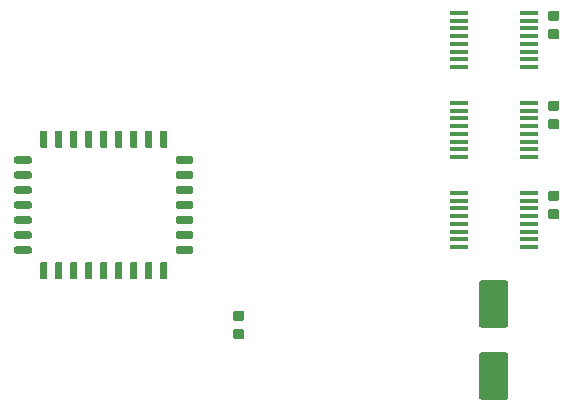
<source format=gbr>
G04 #@! TF.GenerationSoftware,KiCad,Pcbnew,(5.1.5)-3*
G04 #@! TF.CreationDate,2020-01-29T10:29:02+01:00*
G04 #@! TF.ProjectId,ProgrammingBoard,50726f67-7261-46d6-9d69-6e67426f6172,rev?*
G04 #@! TF.SameCoordinates,Original*
G04 #@! TF.FileFunction,Paste,Top*
G04 #@! TF.FilePolarity,Positive*
%FSLAX46Y46*%
G04 Gerber Fmt 4.6, Leading zero omitted, Abs format (unit mm)*
G04 Created by KiCad (PCBNEW (5.1.5)-3) date 2020-01-29 10:29:02*
%MOMM*%
%LPD*%
G04 APERTURE LIST*
%ADD10C,0.100000*%
%ADD11R,1.500000X0.450000*%
G04 APERTURE END LIST*
D10*
G36*
X213114504Y-123221204D02*
G01*
X213138773Y-123224804D01*
X213162571Y-123230765D01*
X213185671Y-123239030D01*
X213207849Y-123249520D01*
X213228893Y-123262133D01*
X213248598Y-123276747D01*
X213266777Y-123293223D01*
X213283253Y-123311402D01*
X213297867Y-123331107D01*
X213310480Y-123352151D01*
X213320970Y-123374329D01*
X213329235Y-123397429D01*
X213335196Y-123421227D01*
X213338796Y-123445496D01*
X213340000Y-123470000D01*
X213340000Y-126970000D01*
X213338796Y-126994504D01*
X213335196Y-127018773D01*
X213329235Y-127042571D01*
X213320970Y-127065671D01*
X213310480Y-127087849D01*
X213297867Y-127108893D01*
X213283253Y-127128598D01*
X213266777Y-127146777D01*
X213248598Y-127163253D01*
X213228893Y-127177867D01*
X213207849Y-127190480D01*
X213185671Y-127200970D01*
X213162571Y-127209235D01*
X213138773Y-127215196D01*
X213114504Y-127218796D01*
X213090000Y-127220000D01*
X211090000Y-127220000D01*
X211065496Y-127218796D01*
X211041227Y-127215196D01*
X211017429Y-127209235D01*
X210994329Y-127200970D01*
X210972151Y-127190480D01*
X210951107Y-127177867D01*
X210931402Y-127163253D01*
X210913223Y-127146777D01*
X210896747Y-127128598D01*
X210882133Y-127108893D01*
X210869520Y-127087849D01*
X210859030Y-127065671D01*
X210850765Y-127042571D01*
X210844804Y-127018773D01*
X210841204Y-126994504D01*
X210840000Y-126970000D01*
X210840000Y-123470000D01*
X210841204Y-123445496D01*
X210844804Y-123421227D01*
X210850765Y-123397429D01*
X210859030Y-123374329D01*
X210869520Y-123352151D01*
X210882133Y-123331107D01*
X210896747Y-123311402D01*
X210913223Y-123293223D01*
X210931402Y-123276747D01*
X210951107Y-123262133D01*
X210972151Y-123249520D01*
X210994329Y-123239030D01*
X211017429Y-123230765D01*
X211041227Y-123224804D01*
X211065496Y-123221204D01*
X211090000Y-123220000D01*
X213090000Y-123220000D01*
X213114504Y-123221204D01*
G37*
G36*
X213114504Y-129321204D02*
G01*
X213138773Y-129324804D01*
X213162571Y-129330765D01*
X213185671Y-129339030D01*
X213207849Y-129349520D01*
X213228893Y-129362133D01*
X213248598Y-129376747D01*
X213266777Y-129393223D01*
X213283253Y-129411402D01*
X213297867Y-129431107D01*
X213310480Y-129452151D01*
X213320970Y-129474329D01*
X213329235Y-129497429D01*
X213335196Y-129521227D01*
X213338796Y-129545496D01*
X213340000Y-129570000D01*
X213340000Y-133070000D01*
X213338796Y-133094504D01*
X213335196Y-133118773D01*
X213329235Y-133142571D01*
X213320970Y-133165671D01*
X213310480Y-133187849D01*
X213297867Y-133208893D01*
X213283253Y-133228598D01*
X213266777Y-133246777D01*
X213248598Y-133263253D01*
X213228893Y-133277867D01*
X213207849Y-133290480D01*
X213185671Y-133300970D01*
X213162571Y-133309235D01*
X213138773Y-133315196D01*
X213114504Y-133318796D01*
X213090000Y-133320000D01*
X211090000Y-133320000D01*
X211065496Y-133318796D01*
X211041227Y-133315196D01*
X211017429Y-133309235D01*
X210994329Y-133300970D01*
X210972151Y-133290480D01*
X210951107Y-133277867D01*
X210931402Y-133263253D01*
X210913223Y-133246777D01*
X210896747Y-133228598D01*
X210882133Y-133208893D01*
X210869520Y-133187849D01*
X210859030Y-133165671D01*
X210850765Y-133142571D01*
X210844804Y-133118773D01*
X210841204Y-133094504D01*
X210840000Y-133070000D01*
X210840000Y-129570000D01*
X210841204Y-129545496D01*
X210844804Y-129521227D01*
X210850765Y-129497429D01*
X210859030Y-129474329D01*
X210869520Y-129452151D01*
X210882133Y-129431107D01*
X210896747Y-129411402D01*
X210913223Y-129393223D01*
X210931402Y-129376747D01*
X210951107Y-129362133D01*
X210972151Y-129349520D01*
X210994329Y-129339030D01*
X211017429Y-129330765D01*
X211041227Y-129324804D01*
X211065496Y-129321204D01*
X211090000Y-129320000D01*
X213090000Y-129320000D01*
X213114504Y-129321204D01*
G37*
G36*
X217447691Y-101951053D02*
G01*
X217468926Y-101954203D01*
X217489750Y-101959419D01*
X217509962Y-101966651D01*
X217529368Y-101975830D01*
X217547781Y-101986866D01*
X217565024Y-101999654D01*
X217580930Y-102014070D01*
X217595346Y-102029976D01*
X217608134Y-102047219D01*
X217619170Y-102065632D01*
X217628349Y-102085038D01*
X217635581Y-102105250D01*
X217640797Y-102126074D01*
X217643947Y-102147309D01*
X217645000Y-102168750D01*
X217645000Y-102606250D01*
X217643947Y-102627691D01*
X217640797Y-102648926D01*
X217635581Y-102669750D01*
X217628349Y-102689962D01*
X217619170Y-102709368D01*
X217608134Y-102727781D01*
X217595346Y-102745024D01*
X217580930Y-102760930D01*
X217565024Y-102775346D01*
X217547781Y-102788134D01*
X217529368Y-102799170D01*
X217509962Y-102808349D01*
X217489750Y-102815581D01*
X217468926Y-102820797D01*
X217447691Y-102823947D01*
X217426250Y-102825000D01*
X216913750Y-102825000D01*
X216892309Y-102823947D01*
X216871074Y-102820797D01*
X216850250Y-102815581D01*
X216830038Y-102808349D01*
X216810632Y-102799170D01*
X216792219Y-102788134D01*
X216774976Y-102775346D01*
X216759070Y-102760930D01*
X216744654Y-102745024D01*
X216731866Y-102727781D01*
X216720830Y-102709368D01*
X216711651Y-102689962D01*
X216704419Y-102669750D01*
X216699203Y-102648926D01*
X216696053Y-102627691D01*
X216695000Y-102606250D01*
X216695000Y-102168750D01*
X216696053Y-102147309D01*
X216699203Y-102126074D01*
X216704419Y-102105250D01*
X216711651Y-102085038D01*
X216720830Y-102065632D01*
X216731866Y-102047219D01*
X216744654Y-102029976D01*
X216759070Y-102014070D01*
X216774976Y-101999654D01*
X216792219Y-101986866D01*
X216810632Y-101975830D01*
X216830038Y-101966651D01*
X216850250Y-101959419D01*
X216871074Y-101954203D01*
X216892309Y-101951053D01*
X216913750Y-101950000D01*
X217426250Y-101950000D01*
X217447691Y-101951053D01*
G37*
G36*
X217447691Y-100376053D02*
G01*
X217468926Y-100379203D01*
X217489750Y-100384419D01*
X217509962Y-100391651D01*
X217529368Y-100400830D01*
X217547781Y-100411866D01*
X217565024Y-100424654D01*
X217580930Y-100439070D01*
X217595346Y-100454976D01*
X217608134Y-100472219D01*
X217619170Y-100490632D01*
X217628349Y-100510038D01*
X217635581Y-100530250D01*
X217640797Y-100551074D01*
X217643947Y-100572309D01*
X217645000Y-100593750D01*
X217645000Y-101031250D01*
X217643947Y-101052691D01*
X217640797Y-101073926D01*
X217635581Y-101094750D01*
X217628349Y-101114962D01*
X217619170Y-101134368D01*
X217608134Y-101152781D01*
X217595346Y-101170024D01*
X217580930Y-101185930D01*
X217565024Y-101200346D01*
X217547781Y-101213134D01*
X217529368Y-101224170D01*
X217509962Y-101233349D01*
X217489750Y-101240581D01*
X217468926Y-101245797D01*
X217447691Y-101248947D01*
X217426250Y-101250000D01*
X216913750Y-101250000D01*
X216892309Y-101248947D01*
X216871074Y-101245797D01*
X216850250Y-101240581D01*
X216830038Y-101233349D01*
X216810632Y-101224170D01*
X216792219Y-101213134D01*
X216774976Y-101200346D01*
X216759070Y-101185930D01*
X216744654Y-101170024D01*
X216731866Y-101152781D01*
X216720830Y-101134368D01*
X216711651Y-101114962D01*
X216704419Y-101094750D01*
X216699203Y-101073926D01*
X216696053Y-101052691D01*
X216695000Y-101031250D01*
X216695000Y-100593750D01*
X216696053Y-100572309D01*
X216699203Y-100551074D01*
X216704419Y-100530250D01*
X216711651Y-100510038D01*
X216720830Y-100490632D01*
X216731866Y-100472219D01*
X216744654Y-100454976D01*
X216759070Y-100439070D01*
X216774976Y-100424654D01*
X216792219Y-100411866D01*
X216810632Y-100400830D01*
X216830038Y-100391651D01*
X216850250Y-100384419D01*
X216871074Y-100379203D01*
X216892309Y-100376053D01*
X216913750Y-100375000D01*
X217426250Y-100375000D01*
X217447691Y-100376053D01*
G37*
G36*
X217447691Y-109571053D02*
G01*
X217468926Y-109574203D01*
X217489750Y-109579419D01*
X217509962Y-109586651D01*
X217529368Y-109595830D01*
X217547781Y-109606866D01*
X217565024Y-109619654D01*
X217580930Y-109634070D01*
X217595346Y-109649976D01*
X217608134Y-109667219D01*
X217619170Y-109685632D01*
X217628349Y-109705038D01*
X217635581Y-109725250D01*
X217640797Y-109746074D01*
X217643947Y-109767309D01*
X217645000Y-109788750D01*
X217645000Y-110226250D01*
X217643947Y-110247691D01*
X217640797Y-110268926D01*
X217635581Y-110289750D01*
X217628349Y-110309962D01*
X217619170Y-110329368D01*
X217608134Y-110347781D01*
X217595346Y-110365024D01*
X217580930Y-110380930D01*
X217565024Y-110395346D01*
X217547781Y-110408134D01*
X217529368Y-110419170D01*
X217509962Y-110428349D01*
X217489750Y-110435581D01*
X217468926Y-110440797D01*
X217447691Y-110443947D01*
X217426250Y-110445000D01*
X216913750Y-110445000D01*
X216892309Y-110443947D01*
X216871074Y-110440797D01*
X216850250Y-110435581D01*
X216830038Y-110428349D01*
X216810632Y-110419170D01*
X216792219Y-110408134D01*
X216774976Y-110395346D01*
X216759070Y-110380930D01*
X216744654Y-110365024D01*
X216731866Y-110347781D01*
X216720830Y-110329368D01*
X216711651Y-110309962D01*
X216704419Y-110289750D01*
X216699203Y-110268926D01*
X216696053Y-110247691D01*
X216695000Y-110226250D01*
X216695000Y-109788750D01*
X216696053Y-109767309D01*
X216699203Y-109746074D01*
X216704419Y-109725250D01*
X216711651Y-109705038D01*
X216720830Y-109685632D01*
X216731866Y-109667219D01*
X216744654Y-109649976D01*
X216759070Y-109634070D01*
X216774976Y-109619654D01*
X216792219Y-109606866D01*
X216810632Y-109595830D01*
X216830038Y-109586651D01*
X216850250Y-109579419D01*
X216871074Y-109574203D01*
X216892309Y-109571053D01*
X216913750Y-109570000D01*
X217426250Y-109570000D01*
X217447691Y-109571053D01*
G37*
G36*
X217447691Y-107996053D02*
G01*
X217468926Y-107999203D01*
X217489750Y-108004419D01*
X217509962Y-108011651D01*
X217529368Y-108020830D01*
X217547781Y-108031866D01*
X217565024Y-108044654D01*
X217580930Y-108059070D01*
X217595346Y-108074976D01*
X217608134Y-108092219D01*
X217619170Y-108110632D01*
X217628349Y-108130038D01*
X217635581Y-108150250D01*
X217640797Y-108171074D01*
X217643947Y-108192309D01*
X217645000Y-108213750D01*
X217645000Y-108651250D01*
X217643947Y-108672691D01*
X217640797Y-108693926D01*
X217635581Y-108714750D01*
X217628349Y-108734962D01*
X217619170Y-108754368D01*
X217608134Y-108772781D01*
X217595346Y-108790024D01*
X217580930Y-108805930D01*
X217565024Y-108820346D01*
X217547781Y-108833134D01*
X217529368Y-108844170D01*
X217509962Y-108853349D01*
X217489750Y-108860581D01*
X217468926Y-108865797D01*
X217447691Y-108868947D01*
X217426250Y-108870000D01*
X216913750Y-108870000D01*
X216892309Y-108868947D01*
X216871074Y-108865797D01*
X216850250Y-108860581D01*
X216830038Y-108853349D01*
X216810632Y-108844170D01*
X216792219Y-108833134D01*
X216774976Y-108820346D01*
X216759070Y-108805930D01*
X216744654Y-108790024D01*
X216731866Y-108772781D01*
X216720830Y-108754368D01*
X216711651Y-108734962D01*
X216704419Y-108714750D01*
X216699203Y-108693926D01*
X216696053Y-108672691D01*
X216695000Y-108651250D01*
X216695000Y-108213750D01*
X216696053Y-108192309D01*
X216699203Y-108171074D01*
X216704419Y-108150250D01*
X216711651Y-108130038D01*
X216720830Y-108110632D01*
X216731866Y-108092219D01*
X216744654Y-108074976D01*
X216759070Y-108059070D01*
X216774976Y-108044654D01*
X216792219Y-108031866D01*
X216810632Y-108020830D01*
X216830038Y-108011651D01*
X216850250Y-108004419D01*
X216871074Y-107999203D01*
X216892309Y-107996053D01*
X216913750Y-107995000D01*
X217426250Y-107995000D01*
X217447691Y-107996053D01*
G37*
G36*
X217447691Y-115616053D02*
G01*
X217468926Y-115619203D01*
X217489750Y-115624419D01*
X217509962Y-115631651D01*
X217529368Y-115640830D01*
X217547781Y-115651866D01*
X217565024Y-115664654D01*
X217580930Y-115679070D01*
X217595346Y-115694976D01*
X217608134Y-115712219D01*
X217619170Y-115730632D01*
X217628349Y-115750038D01*
X217635581Y-115770250D01*
X217640797Y-115791074D01*
X217643947Y-115812309D01*
X217645000Y-115833750D01*
X217645000Y-116271250D01*
X217643947Y-116292691D01*
X217640797Y-116313926D01*
X217635581Y-116334750D01*
X217628349Y-116354962D01*
X217619170Y-116374368D01*
X217608134Y-116392781D01*
X217595346Y-116410024D01*
X217580930Y-116425930D01*
X217565024Y-116440346D01*
X217547781Y-116453134D01*
X217529368Y-116464170D01*
X217509962Y-116473349D01*
X217489750Y-116480581D01*
X217468926Y-116485797D01*
X217447691Y-116488947D01*
X217426250Y-116490000D01*
X216913750Y-116490000D01*
X216892309Y-116488947D01*
X216871074Y-116485797D01*
X216850250Y-116480581D01*
X216830038Y-116473349D01*
X216810632Y-116464170D01*
X216792219Y-116453134D01*
X216774976Y-116440346D01*
X216759070Y-116425930D01*
X216744654Y-116410024D01*
X216731866Y-116392781D01*
X216720830Y-116374368D01*
X216711651Y-116354962D01*
X216704419Y-116334750D01*
X216699203Y-116313926D01*
X216696053Y-116292691D01*
X216695000Y-116271250D01*
X216695000Y-115833750D01*
X216696053Y-115812309D01*
X216699203Y-115791074D01*
X216704419Y-115770250D01*
X216711651Y-115750038D01*
X216720830Y-115730632D01*
X216731866Y-115712219D01*
X216744654Y-115694976D01*
X216759070Y-115679070D01*
X216774976Y-115664654D01*
X216792219Y-115651866D01*
X216810632Y-115640830D01*
X216830038Y-115631651D01*
X216850250Y-115624419D01*
X216871074Y-115619203D01*
X216892309Y-115616053D01*
X216913750Y-115615000D01*
X217426250Y-115615000D01*
X217447691Y-115616053D01*
G37*
G36*
X217447691Y-117191053D02*
G01*
X217468926Y-117194203D01*
X217489750Y-117199419D01*
X217509962Y-117206651D01*
X217529368Y-117215830D01*
X217547781Y-117226866D01*
X217565024Y-117239654D01*
X217580930Y-117254070D01*
X217595346Y-117269976D01*
X217608134Y-117287219D01*
X217619170Y-117305632D01*
X217628349Y-117325038D01*
X217635581Y-117345250D01*
X217640797Y-117366074D01*
X217643947Y-117387309D01*
X217645000Y-117408750D01*
X217645000Y-117846250D01*
X217643947Y-117867691D01*
X217640797Y-117888926D01*
X217635581Y-117909750D01*
X217628349Y-117929962D01*
X217619170Y-117949368D01*
X217608134Y-117967781D01*
X217595346Y-117985024D01*
X217580930Y-118000930D01*
X217565024Y-118015346D01*
X217547781Y-118028134D01*
X217529368Y-118039170D01*
X217509962Y-118048349D01*
X217489750Y-118055581D01*
X217468926Y-118060797D01*
X217447691Y-118063947D01*
X217426250Y-118065000D01*
X216913750Y-118065000D01*
X216892309Y-118063947D01*
X216871074Y-118060797D01*
X216850250Y-118055581D01*
X216830038Y-118048349D01*
X216810632Y-118039170D01*
X216792219Y-118028134D01*
X216774976Y-118015346D01*
X216759070Y-118000930D01*
X216744654Y-117985024D01*
X216731866Y-117967781D01*
X216720830Y-117949368D01*
X216711651Y-117929962D01*
X216704419Y-117909750D01*
X216699203Y-117888926D01*
X216696053Y-117867691D01*
X216695000Y-117846250D01*
X216695000Y-117408750D01*
X216696053Y-117387309D01*
X216699203Y-117366074D01*
X216704419Y-117345250D01*
X216711651Y-117325038D01*
X216720830Y-117305632D01*
X216731866Y-117287219D01*
X216744654Y-117269976D01*
X216759070Y-117254070D01*
X216774976Y-117239654D01*
X216792219Y-117226866D01*
X216810632Y-117215830D01*
X216830038Y-117206651D01*
X216850250Y-117199419D01*
X216871074Y-117194203D01*
X216892309Y-117191053D01*
X216913750Y-117190000D01*
X217426250Y-117190000D01*
X217447691Y-117191053D01*
G37*
G36*
X190777691Y-127351053D02*
G01*
X190798926Y-127354203D01*
X190819750Y-127359419D01*
X190839962Y-127366651D01*
X190859368Y-127375830D01*
X190877781Y-127386866D01*
X190895024Y-127399654D01*
X190910930Y-127414070D01*
X190925346Y-127429976D01*
X190938134Y-127447219D01*
X190949170Y-127465632D01*
X190958349Y-127485038D01*
X190965581Y-127505250D01*
X190970797Y-127526074D01*
X190973947Y-127547309D01*
X190975000Y-127568750D01*
X190975000Y-128006250D01*
X190973947Y-128027691D01*
X190970797Y-128048926D01*
X190965581Y-128069750D01*
X190958349Y-128089962D01*
X190949170Y-128109368D01*
X190938134Y-128127781D01*
X190925346Y-128145024D01*
X190910930Y-128160930D01*
X190895024Y-128175346D01*
X190877781Y-128188134D01*
X190859368Y-128199170D01*
X190839962Y-128208349D01*
X190819750Y-128215581D01*
X190798926Y-128220797D01*
X190777691Y-128223947D01*
X190756250Y-128225000D01*
X190243750Y-128225000D01*
X190222309Y-128223947D01*
X190201074Y-128220797D01*
X190180250Y-128215581D01*
X190160038Y-128208349D01*
X190140632Y-128199170D01*
X190122219Y-128188134D01*
X190104976Y-128175346D01*
X190089070Y-128160930D01*
X190074654Y-128145024D01*
X190061866Y-128127781D01*
X190050830Y-128109368D01*
X190041651Y-128089962D01*
X190034419Y-128069750D01*
X190029203Y-128048926D01*
X190026053Y-128027691D01*
X190025000Y-128006250D01*
X190025000Y-127568750D01*
X190026053Y-127547309D01*
X190029203Y-127526074D01*
X190034419Y-127505250D01*
X190041651Y-127485038D01*
X190050830Y-127465632D01*
X190061866Y-127447219D01*
X190074654Y-127429976D01*
X190089070Y-127414070D01*
X190104976Y-127399654D01*
X190122219Y-127386866D01*
X190140632Y-127375830D01*
X190160038Y-127366651D01*
X190180250Y-127359419D01*
X190201074Y-127354203D01*
X190222309Y-127351053D01*
X190243750Y-127350000D01*
X190756250Y-127350000D01*
X190777691Y-127351053D01*
G37*
G36*
X190777691Y-125776053D02*
G01*
X190798926Y-125779203D01*
X190819750Y-125784419D01*
X190839962Y-125791651D01*
X190859368Y-125800830D01*
X190877781Y-125811866D01*
X190895024Y-125824654D01*
X190910930Y-125839070D01*
X190925346Y-125854976D01*
X190938134Y-125872219D01*
X190949170Y-125890632D01*
X190958349Y-125910038D01*
X190965581Y-125930250D01*
X190970797Y-125951074D01*
X190973947Y-125972309D01*
X190975000Y-125993750D01*
X190975000Y-126431250D01*
X190973947Y-126452691D01*
X190970797Y-126473926D01*
X190965581Y-126494750D01*
X190958349Y-126514962D01*
X190949170Y-126534368D01*
X190938134Y-126552781D01*
X190925346Y-126570024D01*
X190910930Y-126585930D01*
X190895024Y-126600346D01*
X190877781Y-126613134D01*
X190859368Y-126624170D01*
X190839962Y-126633349D01*
X190819750Y-126640581D01*
X190798926Y-126645797D01*
X190777691Y-126648947D01*
X190756250Y-126650000D01*
X190243750Y-126650000D01*
X190222309Y-126648947D01*
X190201074Y-126645797D01*
X190180250Y-126640581D01*
X190160038Y-126633349D01*
X190140632Y-126624170D01*
X190122219Y-126613134D01*
X190104976Y-126600346D01*
X190089070Y-126585930D01*
X190074654Y-126570024D01*
X190061866Y-126552781D01*
X190050830Y-126534368D01*
X190041651Y-126514962D01*
X190034419Y-126494750D01*
X190029203Y-126473926D01*
X190026053Y-126452691D01*
X190025000Y-126431250D01*
X190025000Y-125993750D01*
X190026053Y-125972309D01*
X190029203Y-125951074D01*
X190034419Y-125930250D01*
X190041651Y-125910038D01*
X190050830Y-125890632D01*
X190061866Y-125872219D01*
X190074654Y-125854976D01*
X190089070Y-125839070D01*
X190104976Y-125824654D01*
X190122219Y-125811866D01*
X190140632Y-125800830D01*
X190160038Y-125791651D01*
X190180250Y-125784419D01*
X190201074Y-125779203D01*
X190222309Y-125776053D01*
X190243750Y-125775000D01*
X190756250Y-125775000D01*
X190777691Y-125776053D01*
G37*
G36*
X186509703Y-116540722D02*
G01*
X186524264Y-116542882D01*
X186538543Y-116546459D01*
X186552403Y-116551418D01*
X186565710Y-116557712D01*
X186578336Y-116565280D01*
X186590159Y-116574048D01*
X186601066Y-116583934D01*
X186610952Y-116594841D01*
X186619720Y-116606664D01*
X186627288Y-116619290D01*
X186633582Y-116632597D01*
X186638541Y-116646457D01*
X186642118Y-116660736D01*
X186644278Y-116675297D01*
X186645000Y-116690000D01*
X186645000Y-116990000D01*
X186644278Y-117004703D01*
X186642118Y-117019264D01*
X186638541Y-117033543D01*
X186633582Y-117047403D01*
X186627288Y-117060710D01*
X186619720Y-117073336D01*
X186610952Y-117085159D01*
X186601066Y-117096066D01*
X186590159Y-117105952D01*
X186578336Y-117114720D01*
X186565710Y-117122288D01*
X186552403Y-117128582D01*
X186538543Y-117133541D01*
X186524264Y-117137118D01*
X186509703Y-117139278D01*
X186495000Y-117140000D01*
X185320000Y-117140000D01*
X185305297Y-117139278D01*
X185290736Y-117137118D01*
X185276457Y-117133541D01*
X185262597Y-117128582D01*
X185249290Y-117122288D01*
X185236664Y-117114720D01*
X185224841Y-117105952D01*
X185213934Y-117096066D01*
X185204048Y-117085159D01*
X185195280Y-117073336D01*
X185187712Y-117060710D01*
X185181418Y-117047403D01*
X185176459Y-117033543D01*
X185172882Y-117019264D01*
X185170722Y-117004703D01*
X185170000Y-116990000D01*
X185170000Y-116690000D01*
X185170722Y-116675297D01*
X185172882Y-116660736D01*
X185176459Y-116646457D01*
X185181418Y-116632597D01*
X185187712Y-116619290D01*
X185195280Y-116606664D01*
X185204048Y-116594841D01*
X185213934Y-116583934D01*
X185224841Y-116574048D01*
X185236664Y-116565280D01*
X185249290Y-116557712D01*
X185262597Y-116551418D01*
X185276457Y-116546459D01*
X185290736Y-116542882D01*
X185305297Y-116540722D01*
X185320000Y-116540000D01*
X186495000Y-116540000D01*
X186509703Y-116540722D01*
G37*
G36*
X186509703Y-115270722D02*
G01*
X186524264Y-115272882D01*
X186538543Y-115276459D01*
X186552403Y-115281418D01*
X186565710Y-115287712D01*
X186578336Y-115295280D01*
X186590159Y-115304048D01*
X186601066Y-115313934D01*
X186610952Y-115324841D01*
X186619720Y-115336664D01*
X186627288Y-115349290D01*
X186633582Y-115362597D01*
X186638541Y-115376457D01*
X186642118Y-115390736D01*
X186644278Y-115405297D01*
X186645000Y-115420000D01*
X186645000Y-115720000D01*
X186644278Y-115734703D01*
X186642118Y-115749264D01*
X186638541Y-115763543D01*
X186633582Y-115777403D01*
X186627288Y-115790710D01*
X186619720Y-115803336D01*
X186610952Y-115815159D01*
X186601066Y-115826066D01*
X186590159Y-115835952D01*
X186578336Y-115844720D01*
X186565710Y-115852288D01*
X186552403Y-115858582D01*
X186538543Y-115863541D01*
X186524264Y-115867118D01*
X186509703Y-115869278D01*
X186495000Y-115870000D01*
X185320000Y-115870000D01*
X185305297Y-115869278D01*
X185290736Y-115867118D01*
X185276457Y-115863541D01*
X185262597Y-115858582D01*
X185249290Y-115852288D01*
X185236664Y-115844720D01*
X185224841Y-115835952D01*
X185213934Y-115826066D01*
X185204048Y-115815159D01*
X185195280Y-115803336D01*
X185187712Y-115790710D01*
X185181418Y-115777403D01*
X185176459Y-115763543D01*
X185172882Y-115749264D01*
X185170722Y-115734703D01*
X185170000Y-115720000D01*
X185170000Y-115420000D01*
X185170722Y-115405297D01*
X185172882Y-115390736D01*
X185176459Y-115376457D01*
X185181418Y-115362597D01*
X185187712Y-115349290D01*
X185195280Y-115336664D01*
X185204048Y-115324841D01*
X185213934Y-115313934D01*
X185224841Y-115304048D01*
X185236664Y-115295280D01*
X185249290Y-115287712D01*
X185262597Y-115281418D01*
X185276457Y-115276459D01*
X185290736Y-115272882D01*
X185305297Y-115270722D01*
X185320000Y-115270000D01*
X186495000Y-115270000D01*
X186509703Y-115270722D01*
G37*
G36*
X186509703Y-114000722D02*
G01*
X186524264Y-114002882D01*
X186538543Y-114006459D01*
X186552403Y-114011418D01*
X186565710Y-114017712D01*
X186578336Y-114025280D01*
X186590159Y-114034048D01*
X186601066Y-114043934D01*
X186610952Y-114054841D01*
X186619720Y-114066664D01*
X186627288Y-114079290D01*
X186633582Y-114092597D01*
X186638541Y-114106457D01*
X186642118Y-114120736D01*
X186644278Y-114135297D01*
X186645000Y-114150000D01*
X186645000Y-114450000D01*
X186644278Y-114464703D01*
X186642118Y-114479264D01*
X186638541Y-114493543D01*
X186633582Y-114507403D01*
X186627288Y-114520710D01*
X186619720Y-114533336D01*
X186610952Y-114545159D01*
X186601066Y-114556066D01*
X186590159Y-114565952D01*
X186578336Y-114574720D01*
X186565710Y-114582288D01*
X186552403Y-114588582D01*
X186538543Y-114593541D01*
X186524264Y-114597118D01*
X186509703Y-114599278D01*
X186495000Y-114600000D01*
X185320000Y-114600000D01*
X185305297Y-114599278D01*
X185290736Y-114597118D01*
X185276457Y-114593541D01*
X185262597Y-114588582D01*
X185249290Y-114582288D01*
X185236664Y-114574720D01*
X185224841Y-114565952D01*
X185213934Y-114556066D01*
X185204048Y-114545159D01*
X185195280Y-114533336D01*
X185187712Y-114520710D01*
X185181418Y-114507403D01*
X185176459Y-114493543D01*
X185172882Y-114479264D01*
X185170722Y-114464703D01*
X185170000Y-114450000D01*
X185170000Y-114150000D01*
X185170722Y-114135297D01*
X185172882Y-114120736D01*
X185176459Y-114106457D01*
X185181418Y-114092597D01*
X185187712Y-114079290D01*
X185195280Y-114066664D01*
X185204048Y-114054841D01*
X185213934Y-114043934D01*
X185224841Y-114034048D01*
X185236664Y-114025280D01*
X185249290Y-114017712D01*
X185262597Y-114011418D01*
X185276457Y-114006459D01*
X185290736Y-114002882D01*
X185305297Y-114000722D01*
X185320000Y-114000000D01*
X186495000Y-114000000D01*
X186509703Y-114000722D01*
G37*
G36*
X186509703Y-112730722D02*
G01*
X186524264Y-112732882D01*
X186538543Y-112736459D01*
X186552403Y-112741418D01*
X186565710Y-112747712D01*
X186578336Y-112755280D01*
X186590159Y-112764048D01*
X186601066Y-112773934D01*
X186610952Y-112784841D01*
X186619720Y-112796664D01*
X186627288Y-112809290D01*
X186633582Y-112822597D01*
X186638541Y-112836457D01*
X186642118Y-112850736D01*
X186644278Y-112865297D01*
X186645000Y-112880000D01*
X186645000Y-113180000D01*
X186644278Y-113194703D01*
X186642118Y-113209264D01*
X186638541Y-113223543D01*
X186633582Y-113237403D01*
X186627288Y-113250710D01*
X186619720Y-113263336D01*
X186610952Y-113275159D01*
X186601066Y-113286066D01*
X186590159Y-113295952D01*
X186578336Y-113304720D01*
X186565710Y-113312288D01*
X186552403Y-113318582D01*
X186538543Y-113323541D01*
X186524264Y-113327118D01*
X186509703Y-113329278D01*
X186495000Y-113330000D01*
X185320000Y-113330000D01*
X185305297Y-113329278D01*
X185290736Y-113327118D01*
X185276457Y-113323541D01*
X185262597Y-113318582D01*
X185249290Y-113312288D01*
X185236664Y-113304720D01*
X185224841Y-113295952D01*
X185213934Y-113286066D01*
X185204048Y-113275159D01*
X185195280Y-113263336D01*
X185187712Y-113250710D01*
X185181418Y-113237403D01*
X185176459Y-113223543D01*
X185172882Y-113209264D01*
X185170722Y-113194703D01*
X185170000Y-113180000D01*
X185170000Y-112880000D01*
X185170722Y-112865297D01*
X185172882Y-112850736D01*
X185176459Y-112836457D01*
X185181418Y-112822597D01*
X185187712Y-112809290D01*
X185195280Y-112796664D01*
X185204048Y-112784841D01*
X185213934Y-112773934D01*
X185224841Y-112764048D01*
X185236664Y-112755280D01*
X185249290Y-112747712D01*
X185262597Y-112741418D01*
X185276457Y-112736459D01*
X185290736Y-112732882D01*
X185305297Y-112730722D01*
X185320000Y-112730000D01*
X186495000Y-112730000D01*
X186509703Y-112730722D01*
G37*
G36*
X184314703Y-110540722D02*
G01*
X184329264Y-110542882D01*
X184343543Y-110546459D01*
X184357403Y-110551418D01*
X184370710Y-110557712D01*
X184383336Y-110565280D01*
X184395159Y-110574048D01*
X184406066Y-110583934D01*
X184415952Y-110594841D01*
X184424720Y-110606664D01*
X184432288Y-110619290D01*
X184438582Y-110632597D01*
X184443541Y-110646457D01*
X184447118Y-110660736D01*
X184449278Y-110675297D01*
X184450000Y-110690000D01*
X184450000Y-111865000D01*
X184449278Y-111879703D01*
X184447118Y-111894264D01*
X184443541Y-111908543D01*
X184438582Y-111922403D01*
X184432288Y-111935710D01*
X184424720Y-111948336D01*
X184415952Y-111960159D01*
X184406066Y-111971066D01*
X184395159Y-111980952D01*
X184383336Y-111989720D01*
X184370710Y-111997288D01*
X184357403Y-112003582D01*
X184343543Y-112008541D01*
X184329264Y-112012118D01*
X184314703Y-112014278D01*
X184300000Y-112015000D01*
X184000000Y-112015000D01*
X183985297Y-112014278D01*
X183970736Y-112012118D01*
X183956457Y-112008541D01*
X183942597Y-112003582D01*
X183929290Y-111997288D01*
X183916664Y-111989720D01*
X183904841Y-111980952D01*
X183893934Y-111971066D01*
X183884048Y-111960159D01*
X183875280Y-111948336D01*
X183867712Y-111935710D01*
X183861418Y-111922403D01*
X183856459Y-111908543D01*
X183852882Y-111894264D01*
X183850722Y-111879703D01*
X183850000Y-111865000D01*
X183850000Y-110690000D01*
X183850722Y-110675297D01*
X183852882Y-110660736D01*
X183856459Y-110646457D01*
X183861418Y-110632597D01*
X183867712Y-110619290D01*
X183875280Y-110606664D01*
X183884048Y-110594841D01*
X183893934Y-110583934D01*
X183904841Y-110574048D01*
X183916664Y-110565280D01*
X183929290Y-110557712D01*
X183942597Y-110551418D01*
X183956457Y-110546459D01*
X183970736Y-110542882D01*
X183985297Y-110540722D01*
X184000000Y-110540000D01*
X184300000Y-110540000D01*
X184314703Y-110540722D01*
G37*
G36*
X183044703Y-110540722D02*
G01*
X183059264Y-110542882D01*
X183073543Y-110546459D01*
X183087403Y-110551418D01*
X183100710Y-110557712D01*
X183113336Y-110565280D01*
X183125159Y-110574048D01*
X183136066Y-110583934D01*
X183145952Y-110594841D01*
X183154720Y-110606664D01*
X183162288Y-110619290D01*
X183168582Y-110632597D01*
X183173541Y-110646457D01*
X183177118Y-110660736D01*
X183179278Y-110675297D01*
X183180000Y-110690000D01*
X183180000Y-111865000D01*
X183179278Y-111879703D01*
X183177118Y-111894264D01*
X183173541Y-111908543D01*
X183168582Y-111922403D01*
X183162288Y-111935710D01*
X183154720Y-111948336D01*
X183145952Y-111960159D01*
X183136066Y-111971066D01*
X183125159Y-111980952D01*
X183113336Y-111989720D01*
X183100710Y-111997288D01*
X183087403Y-112003582D01*
X183073543Y-112008541D01*
X183059264Y-112012118D01*
X183044703Y-112014278D01*
X183030000Y-112015000D01*
X182730000Y-112015000D01*
X182715297Y-112014278D01*
X182700736Y-112012118D01*
X182686457Y-112008541D01*
X182672597Y-112003582D01*
X182659290Y-111997288D01*
X182646664Y-111989720D01*
X182634841Y-111980952D01*
X182623934Y-111971066D01*
X182614048Y-111960159D01*
X182605280Y-111948336D01*
X182597712Y-111935710D01*
X182591418Y-111922403D01*
X182586459Y-111908543D01*
X182582882Y-111894264D01*
X182580722Y-111879703D01*
X182580000Y-111865000D01*
X182580000Y-110690000D01*
X182580722Y-110675297D01*
X182582882Y-110660736D01*
X182586459Y-110646457D01*
X182591418Y-110632597D01*
X182597712Y-110619290D01*
X182605280Y-110606664D01*
X182614048Y-110594841D01*
X182623934Y-110583934D01*
X182634841Y-110574048D01*
X182646664Y-110565280D01*
X182659290Y-110557712D01*
X182672597Y-110551418D01*
X182686457Y-110546459D01*
X182700736Y-110542882D01*
X182715297Y-110540722D01*
X182730000Y-110540000D01*
X183030000Y-110540000D01*
X183044703Y-110540722D01*
G37*
G36*
X181774703Y-110540722D02*
G01*
X181789264Y-110542882D01*
X181803543Y-110546459D01*
X181817403Y-110551418D01*
X181830710Y-110557712D01*
X181843336Y-110565280D01*
X181855159Y-110574048D01*
X181866066Y-110583934D01*
X181875952Y-110594841D01*
X181884720Y-110606664D01*
X181892288Y-110619290D01*
X181898582Y-110632597D01*
X181903541Y-110646457D01*
X181907118Y-110660736D01*
X181909278Y-110675297D01*
X181910000Y-110690000D01*
X181910000Y-111865000D01*
X181909278Y-111879703D01*
X181907118Y-111894264D01*
X181903541Y-111908543D01*
X181898582Y-111922403D01*
X181892288Y-111935710D01*
X181884720Y-111948336D01*
X181875952Y-111960159D01*
X181866066Y-111971066D01*
X181855159Y-111980952D01*
X181843336Y-111989720D01*
X181830710Y-111997288D01*
X181817403Y-112003582D01*
X181803543Y-112008541D01*
X181789264Y-112012118D01*
X181774703Y-112014278D01*
X181760000Y-112015000D01*
X181460000Y-112015000D01*
X181445297Y-112014278D01*
X181430736Y-112012118D01*
X181416457Y-112008541D01*
X181402597Y-112003582D01*
X181389290Y-111997288D01*
X181376664Y-111989720D01*
X181364841Y-111980952D01*
X181353934Y-111971066D01*
X181344048Y-111960159D01*
X181335280Y-111948336D01*
X181327712Y-111935710D01*
X181321418Y-111922403D01*
X181316459Y-111908543D01*
X181312882Y-111894264D01*
X181310722Y-111879703D01*
X181310000Y-111865000D01*
X181310000Y-110690000D01*
X181310722Y-110675297D01*
X181312882Y-110660736D01*
X181316459Y-110646457D01*
X181321418Y-110632597D01*
X181327712Y-110619290D01*
X181335280Y-110606664D01*
X181344048Y-110594841D01*
X181353934Y-110583934D01*
X181364841Y-110574048D01*
X181376664Y-110565280D01*
X181389290Y-110557712D01*
X181402597Y-110551418D01*
X181416457Y-110546459D01*
X181430736Y-110542882D01*
X181445297Y-110540722D01*
X181460000Y-110540000D01*
X181760000Y-110540000D01*
X181774703Y-110540722D01*
G37*
G36*
X180504703Y-110540722D02*
G01*
X180519264Y-110542882D01*
X180533543Y-110546459D01*
X180547403Y-110551418D01*
X180560710Y-110557712D01*
X180573336Y-110565280D01*
X180585159Y-110574048D01*
X180596066Y-110583934D01*
X180605952Y-110594841D01*
X180614720Y-110606664D01*
X180622288Y-110619290D01*
X180628582Y-110632597D01*
X180633541Y-110646457D01*
X180637118Y-110660736D01*
X180639278Y-110675297D01*
X180640000Y-110690000D01*
X180640000Y-111865000D01*
X180639278Y-111879703D01*
X180637118Y-111894264D01*
X180633541Y-111908543D01*
X180628582Y-111922403D01*
X180622288Y-111935710D01*
X180614720Y-111948336D01*
X180605952Y-111960159D01*
X180596066Y-111971066D01*
X180585159Y-111980952D01*
X180573336Y-111989720D01*
X180560710Y-111997288D01*
X180547403Y-112003582D01*
X180533543Y-112008541D01*
X180519264Y-112012118D01*
X180504703Y-112014278D01*
X180490000Y-112015000D01*
X180190000Y-112015000D01*
X180175297Y-112014278D01*
X180160736Y-112012118D01*
X180146457Y-112008541D01*
X180132597Y-112003582D01*
X180119290Y-111997288D01*
X180106664Y-111989720D01*
X180094841Y-111980952D01*
X180083934Y-111971066D01*
X180074048Y-111960159D01*
X180065280Y-111948336D01*
X180057712Y-111935710D01*
X180051418Y-111922403D01*
X180046459Y-111908543D01*
X180042882Y-111894264D01*
X180040722Y-111879703D01*
X180040000Y-111865000D01*
X180040000Y-110690000D01*
X180040722Y-110675297D01*
X180042882Y-110660736D01*
X180046459Y-110646457D01*
X180051418Y-110632597D01*
X180057712Y-110619290D01*
X180065280Y-110606664D01*
X180074048Y-110594841D01*
X180083934Y-110583934D01*
X180094841Y-110574048D01*
X180106664Y-110565280D01*
X180119290Y-110557712D01*
X180132597Y-110551418D01*
X180146457Y-110546459D01*
X180160736Y-110542882D01*
X180175297Y-110540722D01*
X180190000Y-110540000D01*
X180490000Y-110540000D01*
X180504703Y-110540722D01*
G37*
G36*
X179234703Y-110540722D02*
G01*
X179249264Y-110542882D01*
X179263543Y-110546459D01*
X179277403Y-110551418D01*
X179290710Y-110557712D01*
X179303336Y-110565280D01*
X179315159Y-110574048D01*
X179326066Y-110583934D01*
X179335952Y-110594841D01*
X179344720Y-110606664D01*
X179352288Y-110619290D01*
X179358582Y-110632597D01*
X179363541Y-110646457D01*
X179367118Y-110660736D01*
X179369278Y-110675297D01*
X179370000Y-110690000D01*
X179370000Y-111865000D01*
X179369278Y-111879703D01*
X179367118Y-111894264D01*
X179363541Y-111908543D01*
X179358582Y-111922403D01*
X179352288Y-111935710D01*
X179344720Y-111948336D01*
X179335952Y-111960159D01*
X179326066Y-111971066D01*
X179315159Y-111980952D01*
X179303336Y-111989720D01*
X179290710Y-111997288D01*
X179277403Y-112003582D01*
X179263543Y-112008541D01*
X179249264Y-112012118D01*
X179234703Y-112014278D01*
X179220000Y-112015000D01*
X178920000Y-112015000D01*
X178905297Y-112014278D01*
X178890736Y-112012118D01*
X178876457Y-112008541D01*
X178862597Y-112003582D01*
X178849290Y-111997288D01*
X178836664Y-111989720D01*
X178824841Y-111980952D01*
X178813934Y-111971066D01*
X178804048Y-111960159D01*
X178795280Y-111948336D01*
X178787712Y-111935710D01*
X178781418Y-111922403D01*
X178776459Y-111908543D01*
X178772882Y-111894264D01*
X178770722Y-111879703D01*
X178770000Y-111865000D01*
X178770000Y-110690000D01*
X178770722Y-110675297D01*
X178772882Y-110660736D01*
X178776459Y-110646457D01*
X178781418Y-110632597D01*
X178787712Y-110619290D01*
X178795280Y-110606664D01*
X178804048Y-110594841D01*
X178813934Y-110583934D01*
X178824841Y-110574048D01*
X178836664Y-110565280D01*
X178849290Y-110557712D01*
X178862597Y-110551418D01*
X178876457Y-110546459D01*
X178890736Y-110542882D01*
X178905297Y-110540722D01*
X178920000Y-110540000D01*
X179220000Y-110540000D01*
X179234703Y-110540722D01*
G37*
G36*
X177964703Y-110540722D02*
G01*
X177979264Y-110542882D01*
X177993543Y-110546459D01*
X178007403Y-110551418D01*
X178020710Y-110557712D01*
X178033336Y-110565280D01*
X178045159Y-110574048D01*
X178056066Y-110583934D01*
X178065952Y-110594841D01*
X178074720Y-110606664D01*
X178082288Y-110619290D01*
X178088582Y-110632597D01*
X178093541Y-110646457D01*
X178097118Y-110660736D01*
X178099278Y-110675297D01*
X178100000Y-110690000D01*
X178100000Y-111865000D01*
X178099278Y-111879703D01*
X178097118Y-111894264D01*
X178093541Y-111908543D01*
X178088582Y-111922403D01*
X178082288Y-111935710D01*
X178074720Y-111948336D01*
X178065952Y-111960159D01*
X178056066Y-111971066D01*
X178045159Y-111980952D01*
X178033336Y-111989720D01*
X178020710Y-111997288D01*
X178007403Y-112003582D01*
X177993543Y-112008541D01*
X177979264Y-112012118D01*
X177964703Y-112014278D01*
X177950000Y-112015000D01*
X177650000Y-112015000D01*
X177635297Y-112014278D01*
X177620736Y-112012118D01*
X177606457Y-112008541D01*
X177592597Y-112003582D01*
X177579290Y-111997288D01*
X177566664Y-111989720D01*
X177554841Y-111980952D01*
X177543934Y-111971066D01*
X177534048Y-111960159D01*
X177525280Y-111948336D01*
X177517712Y-111935710D01*
X177511418Y-111922403D01*
X177506459Y-111908543D01*
X177502882Y-111894264D01*
X177500722Y-111879703D01*
X177500000Y-111865000D01*
X177500000Y-110690000D01*
X177500722Y-110675297D01*
X177502882Y-110660736D01*
X177506459Y-110646457D01*
X177511418Y-110632597D01*
X177517712Y-110619290D01*
X177525280Y-110606664D01*
X177534048Y-110594841D01*
X177543934Y-110583934D01*
X177554841Y-110574048D01*
X177566664Y-110565280D01*
X177579290Y-110557712D01*
X177592597Y-110551418D01*
X177606457Y-110546459D01*
X177620736Y-110542882D01*
X177635297Y-110540722D01*
X177650000Y-110540000D01*
X177950000Y-110540000D01*
X177964703Y-110540722D01*
G37*
G36*
X176694703Y-110540722D02*
G01*
X176709264Y-110542882D01*
X176723543Y-110546459D01*
X176737403Y-110551418D01*
X176750710Y-110557712D01*
X176763336Y-110565280D01*
X176775159Y-110574048D01*
X176786066Y-110583934D01*
X176795952Y-110594841D01*
X176804720Y-110606664D01*
X176812288Y-110619290D01*
X176818582Y-110632597D01*
X176823541Y-110646457D01*
X176827118Y-110660736D01*
X176829278Y-110675297D01*
X176830000Y-110690000D01*
X176830000Y-111865000D01*
X176829278Y-111879703D01*
X176827118Y-111894264D01*
X176823541Y-111908543D01*
X176818582Y-111922403D01*
X176812288Y-111935710D01*
X176804720Y-111948336D01*
X176795952Y-111960159D01*
X176786066Y-111971066D01*
X176775159Y-111980952D01*
X176763336Y-111989720D01*
X176750710Y-111997288D01*
X176737403Y-112003582D01*
X176723543Y-112008541D01*
X176709264Y-112012118D01*
X176694703Y-112014278D01*
X176680000Y-112015000D01*
X176380000Y-112015000D01*
X176365297Y-112014278D01*
X176350736Y-112012118D01*
X176336457Y-112008541D01*
X176322597Y-112003582D01*
X176309290Y-111997288D01*
X176296664Y-111989720D01*
X176284841Y-111980952D01*
X176273934Y-111971066D01*
X176264048Y-111960159D01*
X176255280Y-111948336D01*
X176247712Y-111935710D01*
X176241418Y-111922403D01*
X176236459Y-111908543D01*
X176232882Y-111894264D01*
X176230722Y-111879703D01*
X176230000Y-111865000D01*
X176230000Y-110690000D01*
X176230722Y-110675297D01*
X176232882Y-110660736D01*
X176236459Y-110646457D01*
X176241418Y-110632597D01*
X176247712Y-110619290D01*
X176255280Y-110606664D01*
X176264048Y-110594841D01*
X176273934Y-110583934D01*
X176284841Y-110574048D01*
X176296664Y-110565280D01*
X176309290Y-110557712D01*
X176322597Y-110551418D01*
X176336457Y-110546459D01*
X176350736Y-110542882D01*
X176365297Y-110540722D01*
X176380000Y-110540000D01*
X176680000Y-110540000D01*
X176694703Y-110540722D01*
G37*
G36*
X175424703Y-110540722D02*
G01*
X175439264Y-110542882D01*
X175453543Y-110546459D01*
X175467403Y-110551418D01*
X175480710Y-110557712D01*
X175493336Y-110565280D01*
X175505159Y-110574048D01*
X175516066Y-110583934D01*
X175525952Y-110594841D01*
X175534720Y-110606664D01*
X175542288Y-110619290D01*
X175548582Y-110632597D01*
X175553541Y-110646457D01*
X175557118Y-110660736D01*
X175559278Y-110675297D01*
X175560000Y-110690000D01*
X175560000Y-111865000D01*
X175559278Y-111879703D01*
X175557118Y-111894264D01*
X175553541Y-111908543D01*
X175548582Y-111922403D01*
X175542288Y-111935710D01*
X175534720Y-111948336D01*
X175525952Y-111960159D01*
X175516066Y-111971066D01*
X175505159Y-111980952D01*
X175493336Y-111989720D01*
X175480710Y-111997288D01*
X175467403Y-112003582D01*
X175453543Y-112008541D01*
X175439264Y-112012118D01*
X175424703Y-112014278D01*
X175410000Y-112015000D01*
X175110000Y-112015000D01*
X175095297Y-112014278D01*
X175080736Y-112012118D01*
X175066457Y-112008541D01*
X175052597Y-112003582D01*
X175039290Y-111997288D01*
X175026664Y-111989720D01*
X175014841Y-111980952D01*
X175003934Y-111971066D01*
X174994048Y-111960159D01*
X174985280Y-111948336D01*
X174977712Y-111935710D01*
X174971418Y-111922403D01*
X174966459Y-111908543D01*
X174962882Y-111894264D01*
X174960722Y-111879703D01*
X174960000Y-111865000D01*
X174960000Y-110690000D01*
X174960722Y-110675297D01*
X174962882Y-110660736D01*
X174966459Y-110646457D01*
X174971418Y-110632597D01*
X174977712Y-110619290D01*
X174985280Y-110606664D01*
X174994048Y-110594841D01*
X175003934Y-110583934D01*
X175014841Y-110574048D01*
X175026664Y-110565280D01*
X175039290Y-110557712D01*
X175052597Y-110551418D01*
X175066457Y-110546459D01*
X175080736Y-110542882D01*
X175095297Y-110540722D01*
X175110000Y-110540000D01*
X175410000Y-110540000D01*
X175424703Y-110540722D01*
G37*
G36*
X174154703Y-110540722D02*
G01*
X174169264Y-110542882D01*
X174183543Y-110546459D01*
X174197403Y-110551418D01*
X174210710Y-110557712D01*
X174223336Y-110565280D01*
X174235159Y-110574048D01*
X174246066Y-110583934D01*
X174255952Y-110594841D01*
X174264720Y-110606664D01*
X174272288Y-110619290D01*
X174278582Y-110632597D01*
X174283541Y-110646457D01*
X174287118Y-110660736D01*
X174289278Y-110675297D01*
X174290000Y-110690000D01*
X174290000Y-111865000D01*
X174289278Y-111879703D01*
X174287118Y-111894264D01*
X174283541Y-111908543D01*
X174278582Y-111922403D01*
X174272288Y-111935710D01*
X174264720Y-111948336D01*
X174255952Y-111960159D01*
X174246066Y-111971066D01*
X174235159Y-111980952D01*
X174223336Y-111989720D01*
X174210710Y-111997288D01*
X174197403Y-112003582D01*
X174183543Y-112008541D01*
X174169264Y-112012118D01*
X174154703Y-112014278D01*
X174140000Y-112015000D01*
X173840000Y-112015000D01*
X173825297Y-112014278D01*
X173810736Y-112012118D01*
X173796457Y-112008541D01*
X173782597Y-112003582D01*
X173769290Y-111997288D01*
X173756664Y-111989720D01*
X173744841Y-111980952D01*
X173733934Y-111971066D01*
X173724048Y-111960159D01*
X173715280Y-111948336D01*
X173707712Y-111935710D01*
X173701418Y-111922403D01*
X173696459Y-111908543D01*
X173692882Y-111894264D01*
X173690722Y-111879703D01*
X173690000Y-111865000D01*
X173690000Y-110690000D01*
X173690722Y-110675297D01*
X173692882Y-110660736D01*
X173696459Y-110646457D01*
X173701418Y-110632597D01*
X173707712Y-110619290D01*
X173715280Y-110606664D01*
X173724048Y-110594841D01*
X173733934Y-110583934D01*
X173744841Y-110574048D01*
X173756664Y-110565280D01*
X173769290Y-110557712D01*
X173782597Y-110551418D01*
X173796457Y-110546459D01*
X173810736Y-110542882D01*
X173825297Y-110540722D01*
X173840000Y-110540000D01*
X174140000Y-110540000D01*
X174154703Y-110540722D01*
G37*
G36*
X172834703Y-112730722D02*
G01*
X172849264Y-112732882D01*
X172863543Y-112736459D01*
X172877403Y-112741418D01*
X172890710Y-112747712D01*
X172903336Y-112755280D01*
X172915159Y-112764048D01*
X172926066Y-112773934D01*
X172935952Y-112784841D01*
X172944720Y-112796664D01*
X172952288Y-112809290D01*
X172958582Y-112822597D01*
X172963541Y-112836457D01*
X172967118Y-112850736D01*
X172969278Y-112865297D01*
X172970000Y-112880000D01*
X172970000Y-113180000D01*
X172969278Y-113194703D01*
X172967118Y-113209264D01*
X172963541Y-113223543D01*
X172958582Y-113237403D01*
X172952288Y-113250710D01*
X172944720Y-113263336D01*
X172935952Y-113275159D01*
X172926066Y-113286066D01*
X172915159Y-113295952D01*
X172903336Y-113304720D01*
X172890710Y-113312288D01*
X172877403Y-113318582D01*
X172863543Y-113323541D01*
X172849264Y-113327118D01*
X172834703Y-113329278D01*
X172820000Y-113330000D01*
X171645000Y-113330000D01*
X171630297Y-113329278D01*
X171615736Y-113327118D01*
X171601457Y-113323541D01*
X171587597Y-113318582D01*
X171574290Y-113312288D01*
X171561664Y-113304720D01*
X171549841Y-113295952D01*
X171538934Y-113286066D01*
X171529048Y-113275159D01*
X171520280Y-113263336D01*
X171512712Y-113250710D01*
X171506418Y-113237403D01*
X171501459Y-113223543D01*
X171497882Y-113209264D01*
X171495722Y-113194703D01*
X171495000Y-113180000D01*
X171495000Y-112880000D01*
X171495722Y-112865297D01*
X171497882Y-112850736D01*
X171501459Y-112836457D01*
X171506418Y-112822597D01*
X171512712Y-112809290D01*
X171520280Y-112796664D01*
X171529048Y-112784841D01*
X171538934Y-112773934D01*
X171549841Y-112764048D01*
X171561664Y-112755280D01*
X171574290Y-112747712D01*
X171587597Y-112741418D01*
X171601457Y-112736459D01*
X171615736Y-112732882D01*
X171630297Y-112730722D01*
X171645000Y-112730000D01*
X172820000Y-112730000D01*
X172834703Y-112730722D01*
G37*
G36*
X172834703Y-114000722D02*
G01*
X172849264Y-114002882D01*
X172863543Y-114006459D01*
X172877403Y-114011418D01*
X172890710Y-114017712D01*
X172903336Y-114025280D01*
X172915159Y-114034048D01*
X172926066Y-114043934D01*
X172935952Y-114054841D01*
X172944720Y-114066664D01*
X172952288Y-114079290D01*
X172958582Y-114092597D01*
X172963541Y-114106457D01*
X172967118Y-114120736D01*
X172969278Y-114135297D01*
X172970000Y-114150000D01*
X172970000Y-114450000D01*
X172969278Y-114464703D01*
X172967118Y-114479264D01*
X172963541Y-114493543D01*
X172958582Y-114507403D01*
X172952288Y-114520710D01*
X172944720Y-114533336D01*
X172935952Y-114545159D01*
X172926066Y-114556066D01*
X172915159Y-114565952D01*
X172903336Y-114574720D01*
X172890710Y-114582288D01*
X172877403Y-114588582D01*
X172863543Y-114593541D01*
X172849264Y-114597118D01*
X172834703Y-114599278D01*
X172820000Y-114600000D01*
X171645000Y-114600000D01*
X171630297Y-114599278D01*
X171615736Y-114597118D01*
X171601457Y-114593541D01*
X171587597Y-114588582D01*
X171574290Y-114582288D01*
X171561664Y-114574720D01*
X171549841Y-114565952D01*
X171538934Y-114556066D01*
X171529048Y-114545159D01*
X171520280Y-114533336D01*
X171512712Y-114520710D01*
X171506418Y-114507403D01*
X171501459Y-114493543D01*
X171497882Y-114479264D01*
X171495722Y-114464703D01*
X171495000Y-114450000D01*
X171495000Y-114150000D01*
X171495722Y-114135297D01*
X171497882Y-114120736D01*
X171501459Y-114106457D01*
X171506418Y-114092597D01*
X171512712Y-114079290D01*
X171520280Y-114066664D01*
X171529048Y-114054841D01*
X171538934Y-114043934D01*
X171549841Y-114034048D01*
X171561664Y-114025280D01*
X171574290Y-114017712D01*
X171587597Y-114011418D01*
X171601457Y-114006459D01*
X171615736Y-114002882D01*
X171630297Y-114000722D01*
X171645000Y-114000000D01*
X172820000Y-114000000D01*
X172834703Y-114000722D01*
G37*
G36*
X172834703Y-115270722D02*
G01*
X172849264Y-115272882D01*
X172863543Y-115276459D01*
X172877403Y-115281418D01*
X172890710Y-115287712D01*
X172903336Y-115295280D01*
X172915159Y-115304048D01*
X172926066Y-115313934D01*
X172935952Y-115324841D01*
X172944720Y-115336664D01*
X172952288Y-115349290D01*
X172958582Y-115362597D01*
X172963541Y-115376457D01*
X172967118Y-115390736D01*
X172969278Y-115405297D01*
X172970000Y-115420000D01*
X172970000Y-115720000D01*
X172969278Y-115734703D01*
X172967118Y-115749264D01*
X172963541Y-115763543D01*
X172958582Y-115777403D01*
X172952288Y-115790710D01*
X172944720Y-115803336D01*
X172935952Y-115815159D01*
X172926066Y-115826066D01*
X172915159Y-115835952D01*
X172903336Y-115844720D01*
X172890710Y-115852288D01*
X172877403Y-115858582D01*
X172863543Y-115863541D01*
X172849264Y-115867118D01*
X172834703Y-115869278D01*
X172820000Y-115870000D01*
X171645000Y-115870000D01*
X171630297Y-115869278D01*
X171615736Y-115867118D01*
X171601457Y-115863541D01*
X171587597Y-115858582D01*
X171574290Y-115852288D01*
X171561664Y-115844720D01*
X171549841Y-115835952D01*
X171538934Y-115826066D01*
X171529048Y-115815159D01*
X171520280Y-115803336D01*
X171512712Y-115790710D01*
X171506418Y-115777403D01*
X171501459Y-115763543D01*
X171497882Y-115749264D01*
X171495722Y-115734703D01*
X171495000Y-115720000D01*
X171495000Y-115420000D01*
X171495722Y-115405297D01*
X171497882Y-115390736D01*
X171501459Y-115376457D01*
X171506418Y-115362597D01*
X171512712Y-115349290D01*
X171520280Y-115336664D01*
X171529048Y-115324841D01*
X171538934Y-115313934D01*
X171549841Y-115304048D01*
X171561664Y-115295280D01*
X171574290Y-115287712D01*
X171587597Y-115281418D01*
X171601457Y-115276459D01*
X171615736Y-115272882D01*
X171630297Y-115270722D01*
X171645000Y-115270000D01*
X172820000Y-115270000D01*
X172834703Y-115270722D01*
G37*
G36*
X172834703Y-116540722D02*
G01*
X172849264Y-116542882D01*
X172863543Y-116546459D01*
X172877403Y-116551418D01*
X172890710Y-116557712D01*
X172903336Y-116565280D01*
X172915159Y-116574048D01*
X172926066Y-116583934D01*
X172935952Y-116594841D01*
X172944720Y-116606664D01*
X172952288Y-116619290D01*
X172958582Y-116632597D01*
X172963541Y-116646457D01*
X172967118Y-116660736D01*
X172969278Y-116675297D01*
X172970000Y-116690000D01*
X172970000Y-116990000D01*
X172969278Y-117004703D01*
X172967118Y-117019264D01*
X172963541Y-117033543D01*
X172958582Y-117047403D01*
X172952288Y-117060710D01*
X172944720Y-117073336D01*
X172935952Y-117085159D01*
X172926066Y-117096066D01*
X172915159Y-117105952D01*
X172903336Y-117114720D01*
X172890710Y-117122288D01*
X172877403Y-117128582D01*
X172863543Y-117133541D01*
X172849264Y-117137118D01*
X172834703Y-117139278D01*
X172820000Y-117140000D01*
X171645000Y-117140000D01*
X171630297Y-117139278D01*
X171615736Y-117137118D01*
X171601457Y-117133541D01*
X171587597Y-117128582D01*
X171574290Y-117122288D01*
X171561664Y-117114720D01*
X171549841Y-117105952D01*
X171538934Y-117096066D01*
X171529048Y-117085159D01*
X171520280Y-117073336D01*
X171512712Y-117060710D01*
X171506418Y-117047403D01*
X171501459Y-117033543D01*
X171497882Y-117019264D01*
X171495722Y-117004703D01*
X171495000Y-116990000D01*
X171495000Y-116690000D01*
X171495722Y-116675297D01*
X171497882Y-116660736D01*
X171501459Y-116646457D01*
X171506418Y-116632597D01*
X171512712Y-116619290D01*
X171520280Y-116606664D01*
X171529048Y-116594841D01*
X171538934Y-116583934D01*
X171549841Y-116574048D01*
X171561664Y-116565280D01*
X171574290Y-116557712D01*
X171587597Y-116551418D01*
X171601457Y-116546459D01*
X171615736Y-116542882D01*
X171630297Y-116540722D01*
X171645000Y-116540000D01*
X172820000Y-116540000D01*
X172834703Y-116540722D01*
G37*
G36*
X172834703Y-117810722D02*
G01*
X172849264Y-117812882D01*
X172863543Y-117816459D01*
X172877403Y-117821418D01*
X172890710Y-117827712D01*
X172903336Y-117835280D01*
X172915159Y-117844048D01*
X172926066Y-117853934D01*
X172935952Y-117864841D01*
X172944720Y-117876664D01*
X172952288Y-117889290D01*
X172958582Y-117902597D01*
X172963541Y-117916457D01*
X172967118Y-117930736D01*
X172969278Y-117945297D01*
X172970000Y-117960000D01*
X172970000Y-118260000D01*
X172969278Y-118274703D01*
X172967118Y-118289264D01*
X172963541Y-118303543D01*
X172958582Y-118317403D01*
X172952288Y-118330710D01*
X172944720Y-118343336D01*
X172935952Y-118355159D01*
X172926066Y-118366066D01*
X172915159Y-118375952D01*
X172903336Y-118384720D01*
X172890710Y-118392288D01*
X172877403Y-118398582D01*
X172863543Y-118403541D01*
X172849264Y-118407118D01*
X172834703Y-118409278D01*
X172820000Y-118410000D01*
X171645000Y-118410000D01*
X171630297Y-118409278D01*
X171615736Y-118407118D01*
X171601457Y-118403541D01*
X171587597Y-118398582D01*
X171574290Y-118392288D01*
X171561664Y-118384720D01*
X171549841Y-118375952D01*
X171538934Y-118366066D01*
X171529048Y-118355159D01*
X171520280Y-118343336D01*
X171512712Y-118330710D01*
X171506418Y-118317403D01*
X171501459Y-118303543D01*
X171497882Y-118289264D01*
X171495722Y-118274703D01*
X171495000Y-118260000D01*
X171495000Y-117960000D01*
X171495722Y-117945297D01*
X171497882Y-117930736D01*
X171501459Y-117916457D01*
X171506418Y-117902597D01*
X171512712Y-117889290D01*
X171520280Y-117876664D01*
X171529048Y-117864841D01*
X171538934Y-117853934D01*
X171549841Y-117844048D01*
X171561664Y-117835280D01*
X171574290Y-117827712D01*
X171587597Y-117821418D01*
X171601457Y-117816459D01*
X171615736Y-117812882D01*
X171630297Y-117810722D01*
X171645000Y-117810000D01*
X172820000Y-117810000D01*
X172834703Y-117810722D01*
G37*
G36*
X172834703Y-119080722D02*
G01*
X172849264Y-119082882D01*
X172863543Y-119086459D01*
X172877403Y-119091418D01*
X172890710Y-119097712D01*
X172903336Y-119105280D01*
X172915159Y-119114048D01*
X172926066Y-119123934D01*
X172935952Y-119134841D01*
X172944720Y-119146664D01*
X172952288Y-119159290D01*
X172958582Y-119172597D01*
X172963541Y-119186457D01*
X172967118Y-119200736D01*
X172969278Y-119215297D01*
X172970000Y-119230000D01*
X172970000Y-119530000D01*
X172969278Y-119544703D01*
X172967118Y-119559264D01*
X172963541Y-119573543D01*
X172958582Y-119587403D01*
X172952288Y-119600710D01*
X172944720Y-119613336D01*
X172935952Y-119625159D01*
X172926066Y-119636066D01*
X172915159Y-119645952D01*
X172903336Y-119654720D01*
X172890710Y-119662288D01*
X172877403Y-119668582D01*
X172863543Y-119673541D01*
X172849264Y-119677118D01*
X172834703Y-119679278D01*
X172820000Y-119680000D01*
X171645000Y-119680000D01*
X171630297Y-119679278D01*
X171615736Y-119677118D01*
X171601457Y-119673541D01*
X171587597Y-119668582D01*
X171574290Y-119662288D01*
X171561664Y-119654720D01*
X171549841Y-119645952D01*
X171538934Y-119636066D01*
X171529048Y-119625159D01*
X171520280Y-119613336D01*
X171512712Y-119600710D01*
X171506418Y-119587403D01*
X171501459Y-119573543D01*
X171497882Y-119559264D01*
X171495722Y-119544703D01*
X171495000Y-119530000D01*
X171495000Y-119230000D01*
X171495722Y-119215297D01*
X171497882Y-119200736D01*
X171501459Y-119186457D01*
X171506418Y-119172597D01*
X171512712Y-119159290D01*
X171520280Y-119146664D01*
X171529048Y-119134841D01*
X171538934Y-119123934D01*
X171549841Y-119114048D01*
X171561664Y-119105280D01*
X171574290Y-119097712D01*
X171587597Y-119091418D01*
X171601457Y-119086459D01*
X171615736Y-119082882D01*
X171630297Y-119080722D01*
X171645000Y-119080000D01*
X172820000Y-119080000D01*
X172834703Y-119080722D01*
G37*
G36*
X172834703Y-120350722D02*
G01*
X172849264Y-120352882D01*
X172863543Y-120356459D01*
X172877403Y-120361418D01*
X172890710Y-120367712D01*
X172903336Y-120375280D01*
X172915159Y-120384048D01*
X172926066Y-120393934D01*
X172935952Y-120404841D01*
X172944720Y-120416664D01*
X172952288Y-120429290D01*
X172958582Y-120442597D01*
X172963541Y-120456457D01*
X172967118Y-120470736D01*
X172969278Y-120485297D01*
X172970000Y-120500000D01*
X172970000Y-120800000D01*
X172969278Y-120814703D01*
X172967118Y-120829264D01*
X172963541Y-120843543D01*
X172958582Y-120857403D01*
X172952288Y-120870710D01*
X172944720Y-120883336D01*
X172935952Y-120895159D01*
X172926066Y-120906066D01*
X172915159Y-120915952D01*
X172903336Y-120924720D01*
X172890710Y-120932288D01*
X172877403Y-120938582D01*
X172863543Y-120943541D01*
X172849264Y-120947118D01*
X172834703Y-120949278D01*
X172820000Y-120950000D01*
X171645000Y-120950000D01*
X171630297Y-120949278D01*
X171615736Y-120947118D01*
X171601457Y-120943541D01*
X171587597Y-120938582D01*
X171574290Y-120932288D01*
X171561664Y-120924720D01*
X171549841Y-120915952D01*
X171538934Y-120906066D01*
X171529048Y-120895159D01*
X171520280Y-120883336D01*
X171512712Y-120870710D01*
X171506418Y-120857403D01*
X171501459Y-120843543D01*
X171497882Y-120829264D01*
X171495722Y-120814703D01*
X171495000Y-120800000D01*
X171495000Y-120500000D01*
X171495722Y-120485297D01*
X171497882Y-120470736D01*
X171501459Y-120456457D01*
X171506418Y-120442597D01*
X171512712Y-120429290D01*
X171520280Y-120416664D01*
X171529048Y-120404841D01*
X171538934Y-120393934D01*
X171549841Y-120384048D01*
X171561664Y-120375280D01*
X171574290Y-120367712D01*
X171587597Y-120361418D01*
X171601457Y-120356459D01*
X171615736Y-120352882D01*
X171630297Y-120350722D01*
X171645000Y-120350000D01*
X172820000Y-120350000D01*
X172834703Y-120350722D01*
G37*
G36*
X174154703Y-121665722D02*
G01*
X174169264Y-121667882D01*
X174183543Y-121671459D01*
X174197403Y-121676418D01*
X174210710Y-121682712D01*
X174223336Y-121690280D01*
X174235159Y-121699048D01*
X174246066Y-121708934D01*
X174255952Y-121719841D01*
X174264720Y-121731664D01*
X174272288Y-121744290D01*
X174278582Y-121757597D01*
X174283541Y-121771457D01*
X174287118Y-121785736D01*
X174289278Y-121800297D01*
X174290000Y-121815000D01*
X174290000Y-122990000D01*
X174289278Y-123004703D01*
X174287118Y-123019264D01*
X174283541Y-123033543D01*
X174278582Y-123047403D01*
X174272288Y-123060710D01*
X174264720Y-123073336D01*
X174255952Y-123085159D01*
X174246066Y-123096066D01*
X174235159Y-123105952D01*
X174223336Y-123114720D01*
X174210710Y-123122288D01*
X174197403Y-123128582D01*
X174183543Y-123133541D01*
X174169264Y-123137118D01*
X174154703Y-123139278D01*
X174140000Y-123140000D01*
X173840000Y-123140000D01*
X173825297Y-123139278D01*
X173810736Y-123137118D01*
X173796457Y-123133541D01*
X173782597Y-123128582D01*
X173769290Y-123122288D01*
X173756664Y-123114720D01*
X173744841Y-123105952D01*
X173733934Y-123096066D01*
X173724048Y-123085159D01*
X173715280Y-123073336D01*
X173707712Y-123060710D01*
X173701418Y-123047403D01*
X173696459Y-123033543D01*
X173692882Y-123019264D01*
X173690722Y-123004703D01*
X173690000Y-122990000D01*
X173690000Y-121815000D01*
X173690722Y-121800297D01*
X173692882Y-121785736D01*
X173696459Y-121771457D01*
X173701418Y-121757597D01*
X173707712Y-121744290D01*
X173715280Y-121731664D01*
X173724048Y-121719841D01*
X173733934Y-121708934D01*
X173744841Y-121699048D01*
X173756664Y-121690280D01*
X173769290Y-121682712D01*
X173782597Y-121676418D01*
X173796457Y-121671459D01*
X173810736Y-121667882D01*
X173825297Y-121665722D01*
X173840000Y-121665000D01*
X174140000Y-121665000D01*
X174154703Y-121665722D01*
G37*
G36*
X175424703Y-121665722D02*
G01*
X175439264Y-121667882D01*
X175453543Y-121671459D01*
X175467403Y-121676418D01*
X175480710Y-121682712D01*
X175493336Y-121690280D01*
X175505159Y-121699048D01*
X175516066Y-121708934D01*
X175525952Y-121719841D01*
X175534720Y-121731664D01*
X175542288Y-121744290D01*
X175548582Y-121757597D01*
X175553541Y-121771457D01*
X175557118Y-121785736D01*
X175559278Y-121800297D01*
X175560000Y-121815000D01*
X175560000Y-122990000D01*
X175559278Y-123004703D01*
X175557118Y-123019264D01*
X175553541Y-123033543D01*
X175548582Y-123047403D01*
X175542288Y-123060710D01*
X175534720Y-123073336D01*
X175525952Y-123085159D01*
X175516066Y-123096066D01*
X175505159Y-123105952D01*
X175493336Y-123114720D01*
X175480710Y-123122288D01*
X175467403Y-123128582D01*
X175453543Y-123133541D01*
X175439264Y-123137118D01*
X175424703Y-123139278D01*
X175410000Y-123140000D01*
X175110000Y-123140000D01*
X175095297Y-123139278D01*
X175080736Y-123137118D01*
X175066457Y-123133541D01*
X175052597Y-123128582D01*
X175039290Y-123122288D01*
X175026664Y-123114720D01*
X175014841Y-123105952D01*
X175003934Y-123096066D01*
X174994048Y-123085159D01*
X174985280Y-123073336D01*
X174977712Y-123060710D01*
X174971418Y-123047403D01*
X174966459Y-123033543D01*
X174962882Y-123019264D01*
X174960722Y-123004703D01*
X174960000Y-122990000D01*
X174960000Y-121815000D01*
X174960722Y-121800297D01*
X174962882Y-121785736D01*
X174966459Y-121771457D01*
X174971418Y-121757597D01*
X174977712Y-121744290D01*
X174985280Y-121731664D01*
X174994048Y-121719841D01*
X175003934Y-121708934D01*
X175014841Y-121699048D01*
X175026664Y-121690280D01*
X175039290Y-121682712D01*
X175052597Y-121676418D01*
X175066457Y-121671459D01*
X175080736Y-121667882D01*
X175095297Y-121665722D01*
X175110000Y-121665000D01*
X175410000Y-121665000D01*
X175424703Y-121665722D01*
G37*
G36*
X176694703Y-121665722D02*
G01*
X176709264Y-121667882D01*
X176723543Y-121671459D01*
X176737403Y-121676418D01*
X176750710Y-121682712D01*
X176763336Y-121690280D01*
X176775159Y-121699048D01*
X176786066Y-121708934D01*
X176795952Y-121719841D01*
X176804720Y-121731664D01*
X176812288Y-121744290D01*
X176818582Y-121757597D01*
X176823541Y-121771457D01*
X176827118Y-121785736D01*
X176829278Y-121800297D01*
X176830000Y-121815000D01*
X176830000Y-122990000D01*
X176829278Y-123004703D01*
X176827118Y-123019264D01*
X176823541Y-123033543D01*
X176818582Y-123047403D01*
X176812288Y-123060710D01*
X176804720Y-123073336D01*
X176795952Y-123085159D01*
X176786066Y-123096066D01*
X176775159Y-123105952D01*
X176763336Y-123114720D01*
X176750710Y-123122288D01*
X176737403Y-123128582D01*
X176723543Y-123133541D01*
X176709264Y-123137118D01*
X176694703Y-123139278D01*
X176680000Y-123140000D01*
X176380000Y-123140000D01*
X176365297Y-123139278D01*
X176350736Y-123137118D01*
X176336457Y-123133541D01*
X176322597Y-123128582D01*
X176309290Y-123122288D01*
X176296664Y-123114720D01*
X176284841Y-123105952D01*
X176273934Y-123096066D01*
X176264048Y-123085159D01*
X176255280Y-123073336D01*
X176247712Y-123060710D01*
X176241418Y-123047403D01*
X176236459Y-123033543D01*
X176232882Y-123019264D01*
X176230722Y-123004703D01*
X176230000Y-122990000D01*
X176230000Y-121815000D01*
X176230722Y-121800297D01*
X176232882Y-121785736D01*
X176236459Y-121771457D01*
X176241418Y-121757597D01*
X176247712Y-121744290D01*
X176255280Y-121731664D01*
X176264048Y-121719841D01*
X176273934Y-121708934D01*
X176284841Y-121699048D01*
X176296664Y-121690280D01*
X176309290Y-121682712D01*
X176322597Y-121676418D01*
X176336457Y-121671459D01*
X176350736Y-121667882D01*
X176365297Y-121665722D01*
X176380000Y-121665000D01*
X176680000Y-121665000D01*
X176694703Y-121665722D01*
G37*
G36*
X177964703Y-121665722D02*
G01*
X177979264Y-121667882D01*
X177993543Y-121671459D01*
X178007403Y-121676418D01*
X178020710Y-121682712D01*
X178033336Y-121690280D01*
X178045159Y-121699048D01*
X178056066Y-121708934D01*
X178065952Y-121719841D01*
X178074720Y-121731664D01*
X178082288Y-121744290D01*
X178088582Y-121757597D01*
X178093541Y-121771457D01*
X178097118Y-121785736D01*
X178099278Y-121800297D01*
X178100000Y-121815000D01*
X178100000Y-122990000D01*
X178099278Y-123004703D01*
X178097118Y-123019264D01*
X178093541Y-123033543D01*
X178088582Y-123047403D01*
X178082288Y-123060710D01*
X178074720Y-123073336D01*
X178065952Y-123085159D01*
X178056066Y-123096066D01*
X178045159Y-123105952D01*
X178033336Y-123114720D01*
X178020710Y-123122288D01*
X178007403Y-123128582D01*
X177993543Y-123133541D01*
X177979264Y-123137118D01*
X177964703Y-123139278D01*
X177950000Y-123140000D01*
X177650000Y-123140000D01*
X177635297Y-123139278D01*
X177620736Y-123137118D01*
X177606457Y-123133541D01*
X177592597Y-123128582D01*
X177579290Y-123122288D01*
X177566664Y-123114720D01*
X177554841Y-123105952D01*
X177543934Y-123096066D01*
X177534048Y-123085159D01*
X177525280Y-123073336D01*
X177517712Y-123060710D01*
X177511418Y-123047403D01*
X177506459Y-123033543D01*
X177502882Y-123019264D01*
X177500722Y-123004703D01*
X177500000Y-122990000D01*
X177500000Y-121815000D01*
X177500722Y-121800297D01*
X177502882Y-121785736D01*
X177506459Y-121771457D01*
X177511418Y-121757597D01*
X177517712Y-121744290D01*
X177525280Y-121731664D01*
X177534048Y-121719841D01*
X177543934Y-121708934D01*
X177554841Y-121699048D01*
X177566664Y-121690280D01*
X177579290Y-121682712D01*
X177592597Y-121676418D01*
X177606457Y-121671459D01*
X177620736Y-121667882D01*
X177635297Y-121665722D01*
X177650000Y-121665000D01*
X177950000Y-121665000D01*
X177964703Y-121665722D01*
G37*
G36*
X179234703Y-121665722D02*
G01*
X179249264Y-121667882D01*
X179263543Y-121671459D01*
X179277403Y-121676418D01*
X179290710Y-121682712D01*
X179303336Y-121690280D01*
X179315159Y-121699048D01*
X179326066Y-121708934D01*
X179335952Y-121719841D01*
X179344720Y-121731664D01*
X179352288Y-121744290D01*
X179358582Y-121757597D01*
X179363541Y-121771457D01*
X179367118Y-121785736D01*
X179369278Y-121800297D01*
X179370000Y-121815000D01*
X179370000Y-122990000D01*
X179369278Y-123004703D01*
X179367118Y-123019264D01*
X179363541Y-123033543D01*
X179358582Y-123047403D01*
X179352288Y-123060710D01*
X179344720Y-123073336D01*
X179335952Y-123085159D01*
X179326066Y-123096066D01*
X179315159Y-123105952D01*
X179303336Y-123114720D01*
X179290710Y-123122288D01*
X179277403Y-123128582D01*
X179263543Y-123133541D01*
X179249264Y-123137118D01*
X179234703Y-123139278D01*
X179220000Y-123140000D01*
X178920000Y-123140000D01*
X178905297Y-123139278D01*
X178890736Y-123137118D01*
X178876457Y-123133541D01*
X178862597Y-123128582D01*
X178849290Y-123122288D01*
X178836664Y-123114720D01*
X178824841Y-123105952D01*
X178813934Y-123096066D01*
X178804048Y-123085159D01*
X178795280Y-123073336D01*
X178787712Y-123060710D01*
X178781418Y-123047403D01*
X178776459Y-123033543D01*
X178772882Y-123019264D01*
X178770722Y-123004703D01*
X178770000Y-122990000D01*
X178770000Y-121815000D01*
X178770722Y-121800297D01*
X178772882Y-121785736D01*
X178776459Y-121771457D01*
X178781418Y-121757597D01*
X178787712Y-121744290D01*
X178795280Y-121731664D01*
X178804048Y-121719841D01*
X178813934Y-121708934D01*
X178824841Y-121699048D01*
X178836664Y-121690280D01*
X178849290Y-121682712D01*
X178862597Y-121676418D01*
X178876457Y-121671459D01*
X178890736Y-121667882D01*
X178905297Y-121665722D01*
X178920000Y-121665000D01*
X179220000Y-121665000D01*
X179234703Y-121665722D01*
G37*
G36*
X180504703Y-121665722D02*
G01*
X180519264Y-121667882D01*
X180533543Y-121671459D01*
X180547403Y-121676418D01*
X180560710Y-121682712D01*
X180573336Y-121690280D01*
X180585159Y-121699048D01*
X180596066Y-121708934D01*
X180605952Y-121719841D01*
X180614720Y-121731664D01*
X180622288Y-121744290D01*
X180628582Y-121757597D01*
X180633541Y-121771457D01*
X180637118Y-121785736D01*
X180639278Y-121800297D01*
X180640000Y-121815000D01*
X180640000Y-122990000D01*
X180639278Y-123004703D01*
X180637118Y-123019264D01*
X180633541Y-123033543D01*
X180628582Y-123047403D01*
X180622288Y-123060710D01*
X180614720Y-123073336D01*
X180605952Y-123085159D01*
X180596066Y-123096066D01*
X180585159Y-123105952D01*
X180573336Y-123114720D01*
X180560710Y-123122288D01*
X180547403Y-123128582D01*
X180533543Y-123133541D01*
X180519264Y-123137118D01*
X180504703Y-123139278D01*
X180490000Y-123140000D01*
X180190000Y-123140000D01*
X180175297Y-123139278D01*
X180160736Y-123137118D01*
X180146457Y-123133541D01*
X180132597Y-123128582D01*
X180119290Y-123122288D01*
X180106664Y-123114720D01*
X180094841Y-123105952D01*
X180083934Y-123096066D01*
X180074048Y-123085159D01*
X180065280Y-123073336D01*
X180057712Y-123060710D01*
X180051418Y-123047403D01*
X180046459Y-123033543D01*
X180042882Y-123019264D01*
X180040722Y-123004703D01*
X180040000Y-122990000D01*
X180040000Y-121815000D01*
X180040722Y-121800297D01*
X180042882Y-121785736D01*
X180046459Y-121771457D01*
X180051418Y-121757597D01*
X180057712Y-121744290D01*
X180065280Y-121731664D01*
X180074048Y-121719841D01*
X180083934Y-121708934D01*
X180094841Y-121699048D01*
X180106664Y-121690280D01*
X180119290Y-121682712D01*
X180132597Y-121676418D01*
X180146457Y-121671459D01*
X180160736Y-121667882D01*
X180175297Y-121665722D01*
X180190000Y-121665000D01*
X180490000Y-121665000D01*
X180504703Y-121665722D01*
G37*
G36*
X181774703Y-121665722D02*
G01*
X181789264Y-121667882D01*
X181803543Y-121671459D01*
X181817403Y-121676418D01*
X181830710Y-121682712D01*
X181843336Y-121690280D01*
X181855159Y-121699048D01*
X181866066Y-121708934D01*
X181875952Y-121719841D01*
X181884720Y-121731664D01*
X181892288Y-121744290D01*
X181898582Y-121757597D01*
X181903541Y-121771457D01*
X181907118Y-121785736D01*
X181909278Y-121800297D01*
X181910000Y-121815000D01*
X181910000Y-122990000D01*
X181909278Y-123004703D01*
X181907118Y-123019264D01*
X181903541Y-123033543D01*
X181898582Y-123047403D01*
X181892288Y-123060710D01*
X181884720Y-123073336D01*
X181875952Y-123085159D01*
X181866066Y-123096066D01*
X181855159Y-123105952D01*
X181843336Y-123114720D01*
X181830710Y-123122288D01*
X181817403Y-123128582D01*
X181803543Y-123133541D01*
X181789264Y-123137118D01*
X181774703Y-123139278D01*
X181760000Y-123140000D01*
X181460000Y-123140000D01*
X181445297Y-123139278D01*
X181430736Y-123137118D01*
X181416457Y-123133541D01*
X181402597Y-123128582D01*
X181389290Y-123122288D01*
X181376664Y-123114720D01*
X181364841Y-123105952D01*
X181353934Y-123096066D01*
X181344048Y-123085159D01*
X181335280Y-123073336D01*
X181327712Y-123060710D01*
X181321418Y-123047403D01*
X181316459Y-123033543D01*
X181312882Y-123019264D01*
X181310722Y-123004703D01*
X181310000Y-122990000D01*
X181310000Y-121815000D01*
X181310722Y-121800297D01*
X181312882Y-121785736D01*
X181316459Y-121771457D01*
X181321418Y-121757597D01*
X181327712Y-121744290D01*
X181335280Y-121731664D01*
X181344048Y-121719841D01*
X181353934Y-121708934D01*
X181364841Y-121699048D01*
X181376664Y-121690280D01*
X181389290Y-121682712D01*
X181402597Y-121676418D01*
X181416457Y-121671459D01*
X181430736Y-121667882D01*
X181445297Y-121665722D01*
X181460000Y-121665000D01*
X181760000Y-121665000D01*
X181774703Y-121665722D01*
G37*
G36*
X183044703Y-121665722D02*
G01*
X183059264Y-121667882D01*
X183073543Y-121671459D01*
X183087403Y-121676418D01*
X183100710Y-121682712D01*
X183113336Y-121690280D01*
X183125159Y-121699048D01*
X183136066Y-121708934D01*
X183145952Y-121719841D01*
X183154720Y-121731664D01*
X183162288Y-121744290D01*
X183168582Y-121757597D01*
X183173541Y-121771457D01*
X183177118Y-121785736D01*
X183179278Y-121800297D01*
X183180000Y-121815000D01*
X183180000Y-122990000D01*
X183179278Y-123004703D01*
X183177118Y-123019264D01*
X183173541Y-123033543D01*
X183168582Y-123047403D01*
X183162288Y-123060710D01*
X183154720Y-123073336D01*
X183145952Y-123085159D01*
X183136066Y-123096066D01*
X183125159Y-123105952D01*
X183113336Y-123114720D01*
X183100710Y-123122288D01*
X183087403Y-123128582D01*
X183073543Y-123133541D01*
X183059264Y-123137118D01*
X183044703Y-123139278D01*
X183030000Y-123140000D01*
X182730000Y-123140000D01*
X182715297Y-123139278D01*
X182700736Y-123137118D01*
X182686457Y-123133541D01*
X182672597Y-123128582D01*
X182659290Y-123122288D01*
X182646664Y-123114720D01*
X182634841Y-123105952D01*
X182623934Y-123096066D01*
X182614048Y-123085159D01*
X182605280Y-123073336D01*
X182597712Y-123060710D01*
X182591418Y-123047403D01*
X182586459Y-123033543D01*
X182582882Y-123019264D01*
X182580722Y-123004703D01*
X182580000Y-122990000D01*
X182580000Y-121815000D01*
X182580722Y-121800297D01*
X182582882Y-121785736D01*
X182586459Y-121771457D01*
X182591418Y-121757597D01*
X182597712Y-121744290D01*
X182605280Y-121731664D01*
X182614048Y-121719841D01*
X182623934Y-121708934D01*
X182634841Y-121699048D01*
X182646664Y-121690280D01*
X182659290Y-121682712D01*
X182672597Y-121676418D01*
X182686457Y-121671459D01*
X182700736Y-121667882D01*
X182715297Y-121665722D01*
X182730000Y-121665000D01*
X183030000Y-121665000D01*
X183044703Y-121665722D01*
G37*
G36*
X184314703Y-121665722D02*
G01*
X184329264Y-121667882D01*
X184343543Y-121671459D01*
X184357403Y-121676418D01*
X184370710Y-121682712D01*
X184383336Y-121690280D01*
X184395159Y-121699048D01*
X184406066Y-121708934D01*
X184415952Y-121719841D01*
X184424720Y-121731664D01*
X184432288Y-121744290D01*
X184438582Y-121757597D01*
X184443541Y-121771457D01*
X184447118Y-121785736D01*
X184449278Y-121800297D01*
X184450000Y-121815000D01*
X184450000Y-122990000D01*
X184449278Y-123004703D01*
X184447118Y-123019264D01*
X184443541Y-123033543D01*
X184438582Y-123047403D01*
X184432288Y-123060710D01*
X184424720Y-123073336D01*
X184415952Y-123085159D01*
X184406066Y-123096066D01*
X184395159Y-123105952D01*
X184383336Y-123114720D01*
X184370710Y-123122288D01*
X184357403Y-123128582D01*
X184343543Y-123133541D01*
X184329264Y-123137118D01*
X184314703Y-123139278D01*
X184300000Y-123140000D01*
X184000000Y-123140000D01*
X183985297Y-123139278D01*
X183970736Y-123137118D01*
X183956457Y-123133541D01*
X183942597Y-123128582D01*
X183929290Y-123122288D01*
X183916664Y-123114720D01*
X183904841Y-123105952D01*
X183893934Y-123096066D01*
X183884048Y-123085159D01*
X183875280Y-123073336D01*
X183867712Y-123060710D01*
X183861418Y-123047403D01*
X183856459Y-123033543D01*
X183852882Y-123019264D01*
X183850722Y-123004703D01*
X183850000Y-122990000D01*
X183850000Y-121815000D01*
X183850722Y-121800297D01*
X183852882Y-121785736D01*
X183856459Y-121771457D01*
X183861418Y-121757597D01*
X183867712Y-121744290D01*
X183875280Y-121731664D01*
X183884048Y-121719841D01*
X183893934Y-121708934D01*
X183904841Y-121699048D01*
X183916664Y-121690280D01*
X183929290Y-121682712D01*
X183942597Y-121676418D01*
X183956457Y-121671459D01*
X183970736Y-121667882D01*
X183985297Y-121665722D01*
X184000000Y-121665000D01*
X184300000Y-121665000D01*
X184314703Y-121665722D01*
G37*
G36*
X186509703Y-120350722D02*
G01*
X186524264Y-120352882D01*
X186538543Y-120356459D01*
X186552403Y-120361418D01*
X186565710Y-120367712D01*
X186578336Y-120375280D01*
X186590159Y-120384048D01*
X186601066Y-120393934D01*
X186610952Y-120404841D01*
X186619720Y-120416664D01*
X186627288Y-120429290D01*
X186633582Y-120442597D01*
X186638541Y-120456457D01*
X186642118Y-120470736D01*
X186644278Y-120485297D01*
X186645000Y-120500000D01*
X186645000Y-120800000D01*
X186644278Y-120814703D01*
X186642118Y-120829264D01*
X186638541Y-120843543D01*
X186633582Y-120857403D01*
X186627288Y-120870710D01*
X186619720Y-120883336D01*
X186610952Y-120895159D01*
X186601066Y-120906066D01*
X186590159Y-120915952D01*
X186578336Y-120924720D01*
X186565710Y-120932288D01*
X186552403Y-120938582D01*
X186538543Y-120943541D01*
X186524264Y-120947118D01*
X186509703Y-120949278D01*
X186495000Y-120950000D01*
X185320000Y-120950000D01*
X185305297Y-120949278D01*
X185290736Y-120947118D01*
X185276457Y-120943541D01*
X185262597Y-120938582D01*
X185249290Y-120932288D01*
X185236664Y-120924720D01*
X185224841Y-120915952D01*
X185213934Y-120906066D01*
X185204048Y-120895159D01*
X185195280Y-120883336D01*
X185187712Y-120870710D01*
X185181418Y-120857403D01*
X185176459Y-120843543D01*
X185172882Y-120829264D01*
X185170722Y-120814703D01*
X185170000Y-120800000D01*
X185170000Y-120500000D01*
X185170722Y-120485297D01*
X185172882Y-120470736D01*
X185176459Y-120456457D01*
X185181418Y-120442597D01*
X185187712Y-120429290D01*
X185195280Y-120416664D01*
X185204048Y-120404841D01*
X185213934Y-120393934D01*
X185224841Y-120384048D01*
X185236664Y-120375280D01*
X185249290Y-120367712D01*
X185262597Y-120361418D01*
X185276457Y-120356459D01*
X185290736Y-120352882D01*
X185305297Y-120350722D01*
X185320000Y-120350000D01*
X186495000Y-120350000D01*
X186509703Y-120350722D01*
G37*
G36*
X186509703Y-119080722D02*
G01*
X186524264Y-119082882D01*
X186538543Y-119086459D01*
X186552403Y-119091418D01*
X186565710Y-119097712D01*
X186578336Y-119105280D01*
X186590159Y-119114048D01*
X186601066Y-119123934D01*
X186610952Y-119134841D01*
X186619720Y-119146664D01*
X186627288Y-119159290D01*
X186633582Y-119172597D01*
X186638541Y-119186457D01*
X186642118Y-119200736D01*
X186644278Y-119215297D01*
X186645000Y-119230000D01*
X186645000Y-119530000D01*
X186644278Y-119544703D01*
X186642118Y-119559264D01*
X186638541Y-119573543D01*
X186633582Y-119587403D01*
X186627288Y-119600710D01*
X186619720Y-119613336D01*
X186610952Y-119625159D01*
X186601066Y-119636066D01*
X186590159Y-119645952D01*
X186578336Y-119654720D01*
X186565710Y-119662288D01*
X186552403Y-119668582D01*
X186538543Y-119673541D01*
X186524264Y-119677118D01*
X186509703Y-119679278D01*
X186495000Y-119680000D01*
X185320000Y-119680000D01*
X185305297Y-119679278D01*
X185290736Y-119677118D01*
X185276457Y-119673541D01*
X185262597Y-119668582D01*
X185249290Y-119662288D01*
X185236664Y-119654720D01*
X185224841Y-119645952D01*
X185213934Y-119636066D01*
X185204048Y-119625159D01*
X185195280Y-119613336D01*
X185187712Y-119600710D01*
X185181418Y-119587403D01*
X185176459Y-119573543D01*
X185172882Y-119559264D01*
X185170722Y-119544703D01*
X185170000Y-119530000D01*
X185170000Y-119230000D01*
X185170722Y-119215297D01*
X185172882Y-119200736D01*
X185176459Y-119186457D01*
X185181418Y-119172597D01*
X185187712Y-119159290D01*
X185195280Y-119146664D01*
X185204048Y-119134841D01*
X185213934Y-119123934D01*
X185224841Y-119114048D01*
X185236664Y-119105280D01*
X185249290Y-119097712D01*
X185262597Y-119091418D01*
X185276457Y-119086459D01*
X185290736Y-119082882D01*
X185305297Y-119080722D01*
X185320000Y-119080000D01*
X186495000Y-119080000D01*
X186509703Y-119080722D01*
G37*
G36*
X186509703Y-117810722D02*
G01*
X186524264Y-117812882D01*
X186538543Y-117816459D01*
X186552403Y-117821418D01*
X186565710Y-117827712D01*
X186578336Y-117835280D01*
X186590159Y-117844048D01*
X186601066Y-117853934D01*
X186610952Y-117864841D01*
X186619720Y-117876664D01*
X186627288Y-117889290D01*
X186633582Y-117902597D01*
X186638541Y-117916457D01*
X186642118Y-117930736D01*
X186644278Y-117945297D01*
X186645000Y-117960000D01*
X186645000Y-118260000D01*
X186644278Y-118274703D01*
X186642118Y-118289264D01*
X186638541Y-118303543D01*
X186633582Y-118317403D01*
X186627288Y-118330710D01*
X186619720Y-118343336D01*
X186610952Y-118355159D01*
X186601066Y-118366066D01*
X186590159Y-118375952D01*
X186578336Y-118384720D01*
X186565710Y-118392288D01*
X186552403Y-118398582D01*
X186538543Y-118403541D01*
X186524264Y-118407118D01*
X186509703Y-118409278D01*
X186495000Y-118410000D01*
X185320000Y-118410000D01*
X185305297Y-118409278D01*
X185290736Y-118407118D01*
X185276457Y-118403541D01*
X185262597Y-118398582D01*
X185249290Y-118392288D01*
X185236664Y-118384720D01*
X185224841Y-118375952D01*
X185213934Y-118366066D01*
X185204048Y-118355159D01*
X185195280Y-118343336D01*
X185187712Y-118330710D01*
X185181418Y-118317403D01*
X185176459Y-118303543D01*
X185172882Y-118289264D01*
X185170722Y-118274703D01*
X185170000Y-118260000D01*
X185170000Y-117960000D01*
X185170722Y-117945297D01*
X185172882Y-117930736D01*
X185176459Y-117916457D01*
X185181418Y-117902597D01*
X185187712Y-117889290D01*
X185195280Y-117876664D01*
X185204048Y-117864841D01*
X185213934Y-117853934D01*
X185224841Y-117844048D01*
X185236664Y-117835280D01*
X185249290Y-117827712D01*
X185262597Y-117821418D01*
X185276457Y-117816459D01*
X185290736Y-117812882D01*
X185305297Y-117810722D01*
X185320000Y-117810000D01*
X186495000Y-117810000D01*
X186509703Y-117810722D01*
G37*
D11*
X215040000Y-100595000D03*
X215040000Y-101245000D03*
X215040000Y-101895000D03*
X215040000Y-102545000D03*
X215040000Y-103195000D03*
X215040000Y-103845000D03*
X215040000Y-104495000D03*
X215040000Y-105145000D03*
X209140000Y-105145000D03*
X209140000Y-104495000D03*
X209140000Y-103845000D03*
X209140000Y-103195000D03*
X209140000Y-102545000D03*
X209140000Y-101895000D03*
X209140000Y-101245000D03*
X209140000Y-100595000D03*
X209140000Y-108215000D03*
X209140000Y-108865000D03*
X209140000Y-109515000D03*
X209140000Y-110165000D03*
X209140000Y-110815000D03*
X209140000Y-111465000D03*
X209140000Y-112115000D03*
X209140000Y-112765000D03*
X215040000Y-112765000D03*
X215040000Y-112115000D03*
X215040000Y-111465000D03*
X215040000Y-110815000D03*
X215040000Y-110165000D03*
X215040000Y-109515000D03*
X215040000Y-108865000D03*
X215040000Y-108215000D03*
X209140000Y-115835000D03*
X209140000Y-116485000D03*
X209140000Y-117135000D03*
X209140000Y-117785000D03*
X209140000Y-118435000D03*
X209140000Y-119085000D03*
X209140000Y-119735000D03*
X209140000Y-120385000D03*
X215040000Y-120385000D03*
X215040000Y-119735000D03*
X215040000Y-119085000D03*
X215040000Y-118435000D03*
X215040000Y-117785000D03*
X215040000Y-117135000D03*
X215040000Y-116485000D03*
X215040000Y-115835000D03*
M02*

</source>
